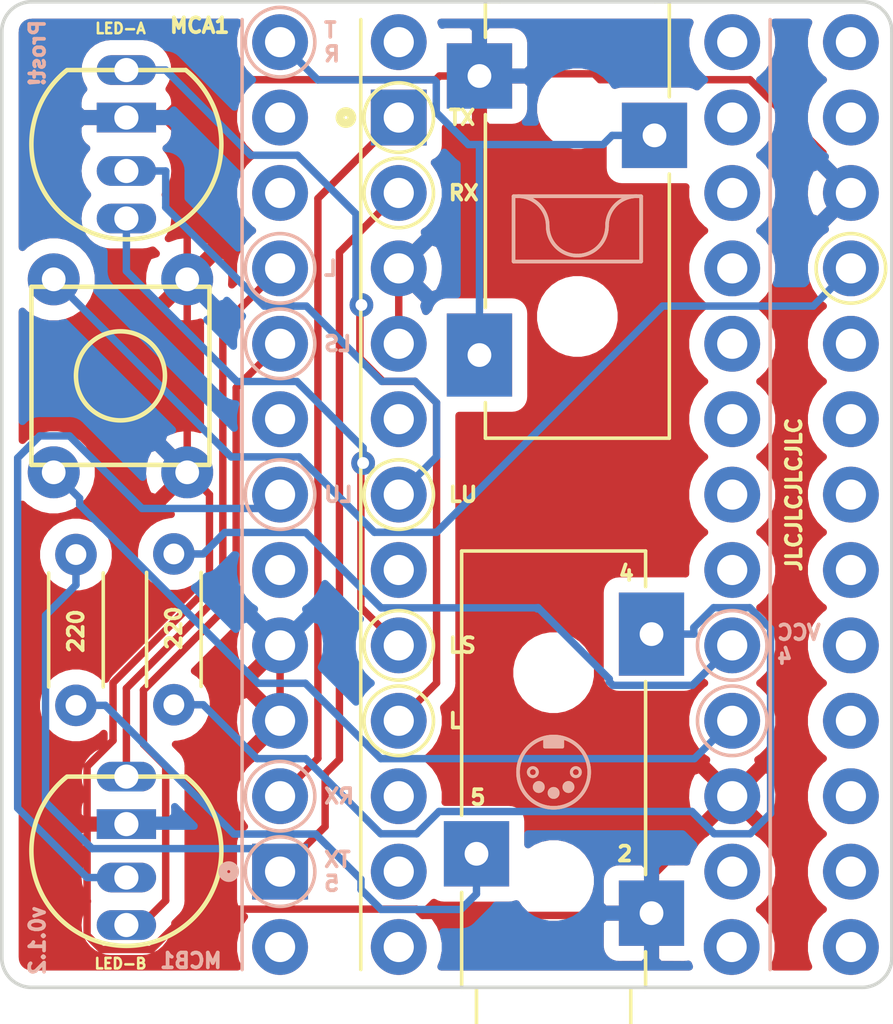
<source format=kicad_pcb>
(kicad_pcb (version 20171130) (host pcbnew "(5.1.5-0-10_14)")

  (general
    (thickness 1.6)
    (drawings 77)
    (tracks 168)
    (zones 0)
    (modules 13)
    (nets 44)
  )

  (page A4)
  (title_block
    (title "Prost! Midi host to Midi host connector")
    (date 2020-04-22)
    (rev 0.1.0)
    (comment 4 "Author: Ken Frederick")
  )

  (layers
    (0 F.Cu signal hide)
    (31 B.Cu signal)
    (32 B.Adhes user)
    (33 F.Adhes user)
    (34 B.Paste user)
    (35 F.Paste user)
    (36 B.SilkS user)
    (37 F.SilkS user)
    (38 B.Mask user)
    (39 F.Mask user)
    (40 Dwgs.User user)
    (41 Cmts.User user)
    (42 Eco1.User user)
    (43 Eco2.User user)
    (44 Edge.Cuts user)
    (45 Margin user)
    (46 B.CrtYd user)
    (47 F.CrtYd user)
    (48 B.Fab user)
    (49 F.Fab user)
  )

  (setup
    (last_trace_width 0.25)
    (trace_clearance 0.2)
    (zone_clearance 0.508)
    (zone_45_only no)
    (trace_min 0.2)
    (via_size 0.8)
    (via_drill 0.4)
    (via_min_size 0.4)
    (via_min_drill 0.3)
    (uvia_size 0.3)
    (uvia_drill 0.1)
    (uvias_allowed no)
    (uvia_min_size 0.2)
    (uvia_min_drill 0.1)
    (edge_width 0.05)
    (segment_width 0.2)
    (pcb_text_width 0.3)
    (pcb_text_size 1.5 1.5)
    (mod_edge_width 0.12)
    (mod_text_size 1 1)
    (mod_text_width 0.15)
    (pad_size 1.8796 1.8796)
    (pad_drill 1.016)
    (pad_to_mask_clearance 0.0508)
    (solder_mask_min_width 0.25)
    (aux_axis_origin 0 0)
    (visible_elements FFFFF77F)
    (pcbplotparams
      (layerselection 0x310fc_ffffffff)
      (usegerberextensions false)
      (usegerberattributes false)
      (usegerberadvancedattributes false)
      (creategerberjobfile false)
      (excludeedgelayer true)
      (linewidth 0.100000)
      (plotframeref false)
      (viasonmask false)
      (mode 1)
      (useauxorigin false)
      (hpglpennumber 1)
      (hpglpenspeed 20)
      (hpglpendiameter 15.000000)
      (psnegative false)
      (psa4output false)
      (plotreference true)
      (plotvalue true)
      (plotinvisibletext false)
      (padsonsilk false)
      (subtractmaskfromsilk false)
      (outputformat 1)
      (mirror false)
      (drillshape 0)
      (scaleselection 1)
      (outputdirectory "gerbers/"))
  )

  (net 0 "")
  (net 1 "Net-(D2-Pad3)")
  (net 2 "Net-(D1-Pad2)")
  (net 3 "Net-(D1-Pad3)")
  (net 4 "Net-(D2-Pad2)")
  (net 5 "Net-(D1-Pad4)")
  (net 6 "Net-(D2-Pad4)")
  (net 7 "Net-(MCA1-Pad24)")
  (net 8 "Net-(MCA1-Pad22)")
  (net 9 "Net-(MCA1-Pad21)")
  (net 10 "Net-(MCA1-Pad20)")
  (net 11 "Net-(MCA1-Pad19)")
  (net 12 "Net-(MCA1-Pad18)")
  (net 13 "Net-(MCA1-Pad17)")
  (net 14 "Net-(MCA1-Pad16)")
  (net 15 "Net-(MCA1-Pad15)")
  (net 16 "Net-(MCA1-Pad14)")
  (net 17 "Net-(MCA1-Pad13)")
  (net 18 "Net-(MCA1-Pad12)")
  (net 19 "Net-(MCA1-Pad11)")
  (net 20 "Net-(MCA1-Pad10)")
  (net 21 "Net-(MCA1-Pad7)")
  (net 22 "Net-(MCA1-Pad5)")
  (net 23 "Net-(MCA1-Pad2)")
  (net 24 "Net-(MCA1-Pad1)")
  (net 25 "Net-(MCB1-Pad24)")
  (net 26 "Net-(MCB1-Pad22)")
  (net 27 "Net-(MCB1-Pad21)")
  (net 28 "Net-(MCB1-Pad20)")
  (net 29 "Net-(MCB1-Pad19)")
  (net 30 "Net-(MCB1-Pad18)")
  (net 31 "Net-(MCB1-Pad17)")
  (net 32 "Net-(MCB1-Pad16)")
  (net 33 "Net-(MCB1-Pad15)")
  (net 34 "Net-(MCB1-Pad14)")
  (net 35 "Net-(MCB1-Pad13)")
  (net 36 "Net-(MCB1-Pad11)")
  (net 37 "Net-(MCB1-Pad10)")
  (net 38 "Net-(MCB1-Pad7)")
  (net 39 "Net-(MCB1-Pad5)")
  (net 40 "Net-(J2-PadR)")
  (net 41 GND)
  (net 42 "Net-(J1-PadR)")
  (net 43 "Net-(J1-PadT)")

  (net_class Default "This is the default net class."
    (clearance 0.2)
    (trace_width 0.25)
    (via_dia 0.8)
    (via_drill 0.4)
    (uvia_dia 0.3)
    (uvia_drill 0.1)
    (add_net GND)
    (add_net "Net-(D1-Pad2)")
    (add_net "Net-(D1-Pad3)")
    (add_net "Net-(D1-Pad4)")
    (add_net "Net-(D2-Pad2)")
    (add_net "Net-(D2-Pad3)")
    (add_net "Net-(D2-Pad4)")
    (add_net "Net-(J1-PadR)")
    (add_net "Net-(J1-PadT)")
    (add_net "Net-(J2-PadR)")
    (add_net "Net-(MCA1-Pad1)")
    (add_net "Net-(MCA1-Pad10)")
    (add_net "Net-(MCA1-Pad11)")
    (add_net "Net-(MCA1-Pad12)")
    (add_net "Net-(MCA1-Pad13)")
    (add_net "Net-(MCA1-Pad14)")
    (add_net "Net-(MCA1-Pad15)")
    (add_net "Net-(MCA1-Pad16)")
    (add_net "Net-(MCA1-Pad17)")
    (add_net "Net-(MCA1-Pad18)")
    (add_net "Net-(MCA1-Pad19)")
    (add_net "Net-(MCA1-Pad2)")
    (add_net "Net-(MCA1-Pad20)")
    (add_net "Net-(MCA1-Pad21)")
    (add_net "Net-(MCA1-Pad22)")
    (add_net "Net-(MCA1-Pad24)")
    (add_net "Net-(MCA1-Pad5)")
    (add_net "Net-(MCA1-Pad7)")
    (add_net "Net-(MCB1-Pad10)")
    (add_net "Net-(MCB1-Pad11)")
    (add_net "Net-(MCB1-Pad13)")
    (add_net "Net-(MCB1-Pad14)")
    (add_net "Net-(MCB1-Pad15)")
    (add_net "Net-(MCB1-Pad16)")
    (add_net "Net-(MCB1-Pad17)")
    (add_net "Net-(MCB1-Pad18)")
    (add_net "Net-(MCB1-Pad19)")
    (add_net "Net-(MCB1-Pad20)")
    (add_net "Net-(MCB1-Pad21)")
    (add_net "Net-(MCB1-Pad22)")
    (add_net "Net-(MCB1-Pad24)")
    (add_net "Net-(MCB1-Pad5)")
    (add_net "Net-(MCB1-Pad7)")
  )

  (module Switches:MINI_PUSHBUTTON_SWITCH (layer F.Cu) (tedit 5EA1F6B1) (tstamp 5ECB5029)
    (at 137 98 270)
    (path /5EA27559)
    (fp_text reference S1 (at 0 4.5 90) (layer F.SilkS) hide
      (effects (font (size 1 1) (thickness 0.15)))
    )
    (fp_text value MOMENTARY_SWITCH_SPST (at 0 -4.5 90) (layer F.Fab) hide
      (effects (font (size 1 1) (thickness 0.15)))
    )
    (fp_circle (center 0 0) (end 1.5 0) (layer F.SilkS) (width 0.1524))
    (fp_line (start -3 -3) (end 3 -3) (layer F.SilkS) (width 0.1524))
    (fp_line (start 3 -3) (end 3 3) (layer F.SilkS) (width 0.1524))
    (fp_line (start -3 3) (end 3 3) (layer F.SilkS) (width 0.1524))
    (fp_line (start -3 3) (end -3 -3) (layer F.SilkS) (width 0.1524))
    (pad 3 thru_hole circle (at -3.25 -2.25 270) (size 1.75 1.75) (drill 0.8) (layers *.Cu *.Mask)
      (net 41 GND) (solder_mask_margin 0.1016))
    (pad 4 thru_hole circle (at 3.25 -2.25 270) (size 1.75 1.75) (drill 0.8) (layers *.Cu *.Mask)
      (net 41 GND) (solder_mask_margin 0.1016))
    (pad 1 thru_hole circle (at -3.25 2.25 270) (size 1.75 1.75) (drill 0.8) (layers *.Cu *.Mask)
      (net 8 "Net-(MCA1-Pad22)") (solder_mask_margin 0.1016))
    (pad 2 thru_hole circle (at 3.25 2.25 270) (size 1.75 1.75) (drill 0.8) (layers *.Cu *.Mask)
      (net 26 "Net-(MCB1-Pad22)") (solder_mask_margin 0.1016))
  )

  (module prost:Jack_3.5mm_CUI_SJ-3523-SMT_Horizontal (layer F.Cu) (tedit 5EBB9EA8) (tstamp 5ECB2B8D)
    (at 151.6 112.5 180)
    (descr "3.5 mm, Stereo, Right Angle, Surface Mount (SMT), Audio Jack Connector (https://www.cui.com/product/resource/sj-352x-smt-series.pdf)")
    (tags "3.5mm audio cui horizontal jack stereo")
    (path /5EA4206C)
    (attr smd)
    (fp_text reference J1 (at 0 -9.9) (layer F.SilkS) hide
      (effects (font (size 1 1) (thickness 0.15)))
    )
    (fp_text value MIDI-DIN-5 (at 0 10.35) (layer F.Fab) hide
      (effects (font (size 1 1) (thickness 0.15)))
    )
    (fp_line (start -3.1 4.2) (end -3.1 -2.3) (layer F.SilkS) (width 0.12))
    (fp_line (start -3.1 8.6) (end -3.1 7.4) (layer F.SilkS) (width 0.12))
    (fp_line (start 3.1 8.6) (end -3.1 8.6) (layer F.SilkS) (width 0.12))
    (fp_line (start 3.1 -0.3) (end 3.1 8.6) (layer F.SilkS) (width 0.12))
    (fp_line (start 3.1 -6.1) (end 3.1 -2.9) (layer F.SilkS) (width 0.12))
    (fp_line (start 2.6 -6.1) (end 3.1 -6.1) (layer F.SilkS) (width 0.12))
    (fp_line (start 2.6 -8.6) (end 2.6 -6.1) (layer F.SilkS) (width 0.12))
    (fp_line (start -2.6 -8.6) (end 2.6 -8.6) (layer F.SilkS) (width 0.12))
    (fp_line (start -2.6 -6.1) (end -2.6 -8.6) (layer F.SilkS) (width 0.12))
    (fp_line (start -3.1 -6.1) (end -2.6 -6.1) (layer F.SilkS) (width 0.12))
    (fp_line (start -3.1 -4.9) (end -3.1 -6.1) (layer F.SilkS) (width 0.12))
    (fp_text user %R (at 0 0) (layer F.Fab) hide
      (effects (font (size 1 1) (thickness 0.15)))
    )
    (fp_line (start 2.5 -6) (end 3 -6) (layer F.Fab) (width 0.1))
    (fp_line (start 2.5 -8.5) (end 2.5 -6) (layer F.Fab) (width 0.1))
    (fp_line (start -2.5 -8.5) (end 2.5 -8.5) (layer F.Fab) (width 0.1))
    (fp_line (start -2.5 -6) (end -2.5 -8.5) (layer F.Fab) (width 0.1))
    (fp_line (start -3 -6) (end -2.5 -6) (layer F.Fab) (width 0.1))
    (fp_line (start -3 8.5) (end -3 -6) (layer F.Fab) (width 0.1))
    (fp_line (start 3 8.5) (end -3 8.5) (layer F.Fab) (width 0.1))
    (fp_line (start 3 -6) (end 3 8.5) (layer F.Fab) (width 0.1))
    (pad R thru_hole rect (at 2.6 -1.6 180) (size 2.2 2.2) (drill 0.8) (layers *.Cu *.Mask F.Paste)
      (net 42 "Net-(J1-PadR)"))
    (pad T thru_hole rect (at -3.3 5.8 180) (size 2.2 2.8) (drill 0.8) (layers *.Cu *.Mask F.Paste)
      (net 43 "Net-(J1-PadT)"))
    (pad S thru_hole rect (at -3.3 -3.6 180) (size 2.2 2.2) (drill 0.8) (layers *.Cu *.Mask F.Paste)
      (net 41 GND))
    (pad "" np_thru_hole circle (at 0 4.5 180) (size 1.7 1.7) (drill 1.7) (layers *.Cu *.Mask))
    (pad "" np_thru_hole circle (at 0 -2.5 180) (size 1.7 1.7) (drill 1.7) (layers *.Cu *.Mask))
    (model ${KISYS3DMOD}/Connector_Audio.3dshapes/Jack_3.5mm_CUI_SJ-3523-SMT_Horizontal.wrl
      (at (xyz 0 0 0))
      (scale (xyz 1 1 1))
      (rotate (xyz 0 0 0))
    )
  )

  (module "" (layer B.Cu) (tedit 5EBBA81A) (tstamp 5EA22CD8)
    (at 158.43 117.03)
    (fp_text reference DRILL3 (at 0 0) (layer B.SilkS) hide
      (effects (font (size 1.27 1.27) (thickness 0.15)) (justify mirror))
    )
    (fp_text value DRILL3 (at 0 0) (layer B.SilkS) hide
      (effects (font (size 1.27 1.27) (thickness 0.15)) (justify mirror))
    )
    (pad "" np_thru_hole circle (at -0.83 0.21) (size 1.8796 1.8796) (drill 1.016) (layers *.Cu *.Mask)
      (solder_mask_margin 0.1016))
  )

  (module "" (layer B.Cu) (tedit 5EBBA770) (tstamp 5EA22CD8)
    (at 143.2 117.03)
    (fp_text reference DRILL4 (at 0 0) (layer B.SilkS) hide
      (effects (font (size 1.27 1.27) (thickness 0.15)) (justify mirror))
    )
    (fp_text value DRILL4 (at 0 0) (layer B.SilkS) hide
      (effects (font (size 1.27 1.27) (thickness 0.15)) (justify mirror))
    )
    (pad "" np_thru_hole circle (at -0.82 0.21) (size 1.8796 1.8796) (drill 1.016) (layers *.Cu *.Mask)
      (solder_mask_margin 0.1016))
  )

  (module prost:Jack_3.5mm_CUI_SJ-3523-SMT_Horizontal (layer F.Cu) (tedit 5EBBAE83) (tstamp 5EBB9A2D)
    (at 152.4 91.5)
    (descr "3.5 mm, Stereo, Right Angle, Surface Mount (SMT), Audio Jack Connector (https://www.cui.com/product/resource/sj-352x-smt-series.pdf)")
    (tags "3.5mm audio cui horizontal jack stereo")
    (path /5EBC0CC1)
    (attr smd)
    (fp_text reference J2 (at 0 -9.9) (layer F.SilkS) hide
      (effects (font (size 1 1) (thickness 0.15)))
    )
    (fp_text value "MONO 3.5mm AUDIO JACK" (at 0 10.35) (layer F.Fab) hide
      (effects (font (size 1 1) (thickness 0.15)))
    )
    (fp_line (start -3.1 4.2) (end -3.1 -2.3) (layer F.SilkS) (width 0.12))
    (fp_line (start -3.1 8.6) (end -3.1 7.4) (layer F.SilkS) (width 0.12))
    (fp_line (start 3.1 8.6) (end -3.1 8.6) (layer F.SilkS) (width 0.12))
    (fp_line (start 3.1 -0.3) (end 3.1 8.6) (layer F.SilkS) (width 0.12))
    (fp_line (start 3.1 -6.1) (end 3.1 -2.9) (layer F.SilkS) (width 0.12))
    (fp_line (start 2.6 -6.1) (end 3.1 -6.1) (layer F.SilkS) (width 0.12))
    (fp_line (start 2.6 -8.6) (end 2.6 -6.1) (layer F.SilkS) (width 0.12))
    (fp_line (start -2.6 -8.6) (end 2.6 -8.6) (layer F.SilkS) (width 0.12))
    (fp_line (start -2.6 -6.1) (end -2.6 -8.6) (layer F.SilkS) (width 0.12))
    (fp_line (start -3.1 -6.1) (end -2.6 -6.1) (layer F.SilkS) (width 0.12))
    (fp_line (start -3.1 -4.9) (end -3.1 -6.1) (layer F.SilkS) (width 0.12))
    (fp_text user %R (at 0 0) (layer F.Fab) hide
      (effects (font (size 1 1) (thickness 0.15)))
    )
    (fp_line (start 2.5 -6) (end 3 -6) (layer F.Fab) (width 0.1))
    (fp_line (start 2.5 -8.5) (end 2.5 -6) (layer F.Fab) (width 0.1))
    (fp_line (start -2.5 -8.5) (end 2.5 -8.5) (layer F.Fab) (width 0.1))
    (fp_line (start -2.5 -6) (end -2.5 -8.5) (layer F.Fab) (width 0.1))
    (fp_line (start -3 -6) (end -2.5 -6) (layer F.Fab) (width 0.1))
    (fp_line (start -3 8.5) (end -3 -6) (layer F.Fab) (width 0.1))
    (fp_line (start 3 8.5) (end -3 8.5) (layer F.Fab) (width 0.1))
    (fp_line (start 3 -6) (end 3 8.5) (layer F.Fab) (width 0.1))
    (pad R thru_hole rect (at 2.6 -1.6) (size 2.2 2.2) (drill 0.8) (layers *.Cu *.Mask F.Paste)
      (net 40 "Net-(J2-PadR)"))
    (pad T thru_hole rect (at -3.3 5.8) (size 2.2 2.8) (drill 0.8) (layers *.Cu *.Mask F.Paste)
      (net 40 "Net-(J2-PadR)"))
    (pad S thru_hole rect (at -3.3 -3.6) (size 2.2 2.2) (drill 0.8) (layers *.Cu *.Mask F.Paste)
      (net 41 GND))
    (pad "" np_thru_hole circle (at 0 4.5) (size 1.7 1.7) (drill 1.7) (layers *.Cu *.Mask))
    (pad "" np_thru_hole circle (at 0 -2.5) (size 1.7 1.7) (drill 1.7) (layers *.Cu *.Mask))
    (model ${KISYS3DMOD}/Connector_Audio.3dshapes/Jack_3.5mm_CUI_SJ-3523-SMT_Horizontal.wrl
      (at (xyz 0 0 0))
      (scale (xyz 1 1 1))
      (rotate (xyz 0 0 0))
    )
  )

  (module Resistor_THT:R_Axial_DIN0204_L3.6mm_D1.6mm_P5.08mm_Horizontal (layer F.Cu) (tedit 5AE5139B) (tstamp 5EA3D1C2)
    (at 135.5 109.1 90)
    (descr "Resistor, Axial_DIN0204 series, Axial, Horizontal, pin pitch=5.08mm, 0.167W, length*diameter=3.6*1.6mm^2, http://cdn-reichelt.de/documents/datenblatt/B400/1_4W%23YAG.pdf")
    (tags "Resistor Axial_DIN0204 series Axial Horizontal pin pitch 5.08mm 0.167W length 3.6mm diameter 1.6mm")
    (path /5EA6A42C)
    (fp_text reference R2 (at 2.54 -1.92 270) (layer F.SilkS) hide
      (effects (font (size 1 1) (thickness 0.15)))
    )
    (fp_text value 220 (at 2.5 0 270) (layer F.SilkS)
      (effects (font (size 0.5 0.5) (thickness 0.125)))
    )
    (fp_text user %R (at 2.54 0 270) (layer F.Fab) hide
      (effects (font (size 0.72 0.72) (thickness 0.108)))
    )
    (fp_line (start 6.03 -1.05) (end -0.95 -1.05) (layer F.CrtYd) (width 0.05))
    (fp_line (start 6.03 1.05) (end 6.03 -1.05) (layer F.CrtYd) (width 0.05))
    (fp_line (start -0.95 1.05) (end 6.03 1.05) (layer F.CrtYd) (width 0.05))
    (fp_line (start -0.95 -1.05) (end -0.95 1.05) (layer F.CrtYd) (width 0.05))
    (fp_line (start 0.62 0.92) (end 4.46 0.92) (layer F.SilkS) (width 0.12))
    (fp_line (start 0.62 -0.92) (end 4.46 -0.92) (layer F.SilkS) (width 0.12))
    (fp_line (start 5.08 0) (end 4.34 0) (layer F.Fab) (width 0.1))
    (fp_line (start 0 0) (end 0.74 0) (layer F.Fab) (width 0.1))
    (fp_line (start 4.34 -0.8) (end 0.74 -0.8) (layer F.Fab) (width 0.1))
    (fp_line (start 4.34 0.8) (end 4.34 -0.8) (layer F.Fab) (width 0.1))
    (fp_line (start 0.74 0.8) (end 4.34 0.8) (layer F.Fab) (width 0.1))
    (fp_line (start 0.74 -0.8) (end 0.74 0.8) (layer F.Fab) (width 0.1))
    (pad 2 thru_hole oval (at 5.08 0 90) (size 1.4 1.4) (drill 0.7) (layers *.Cu *.Mask)
      (net 23 "Net-(MCA1-Pad2)"))
    (pad 1 thru_hole circle (at 0 0 90) (size 1.4 1.4) (drill 0.7) (layers *.Cu *.Mask)
      (net 42 "Net-(J1-PadR)"))
    (model ${KISYS3DMOD}/Resistor_THT.3dshapes/R_Axial_DIN0204_L3.6mm_D1.6mm_P5.08mm_Horizontal.wrl
      (at (xyz 0 0 0))
      (scale (xyz 1 1 1))
      (rotate (xyz 0 0 0))
    )
  )

  (module Resistor_THT:R_Axial_DIN0204_L3.6mm_D1.6mm_P5.08mm_Horizontal (layer F.Cu) (tedit 5AE5139B) (tstamp 5EA3D1AF)
    (at 138.8 104 270)
    (descr "Resistor, Axial_DIN0204 series, Axial, Horizontal, pin pitch=5.08mm, 0.167W, length*diameter=3.6*1.6mm^2, http://cdn-reichelt.de/documents/datenblatt/B400/1_4W%23YAG.pdf")
    (tags "Resistor Axial_DIN0204 series Axial Horizontal pin pitch 5.08mm 0.167W length 3.6mm diameter 1.6mm")
    (path /5EA37809)
    (fp_text reference R1 (at 2.54 -1.92 270) (layer F.SilkS) hide
      (effects (font (size 1 1) (thickness 0.15)))
    )
    (fp_text value 220 (at 2.5 0 270) (layer F.SilkS)
      (effects (font (size 0.5 0.5) (thickness 0.125)))
    )
    (fp_text user %R (at 2.54 0 270) (layer F.Fab) hide
      (effects (font (size 0.72 0.72) (thickness 0.108)))
    )
    (fp_line (start 6.03 -1.05) (end -0.95 -1.05) (layer F.CrtYd) (width 0.05))
    (fp_line (start 6.03 1.05) (end 6.03 -1.05) (layer F.CrtYd) (width 0.05))
    (fp_line (start -0.95 1.05) (end 6.03 1.05) (layer F.CrtYd) (width 0.05))
    (fp_line (start -0.95 -1.05) (end -0.95 1.05) (layer F.CrtYd) (width 0.05))
    (fp_line (start 0.62 0.92) (end 4.46 0.92) (layer F.SilkS) (width 0.12))
    (fp_line (start 0.62 -0.92) (end 4.46 -0.92) (layer F.SilkS) (width 0.12))
    (fp_line (start 5.08 0) (end 4.34 0) (layer F.Fab) (width 0.1))
    (fp_line (start 0 0) (end 0.74 0) (layer F.Fab) (width 0.1))
    (fp_line (start 4.34 -0.8) (end 0.74 -0.8) (layer F.Fab) (width 0.1))
    (fp_line (start 4.34 0.8) (end 4.34 -0.8) (layer F.Fab) (width 0.1))
    (fp_line (start 0.74 0.8) (end 4.34 0.8) (layer F.Fab) (width 0.1))
    (fp_line (start 0.74 -0.8) (end 0.74 0.8) (layer F.Fab) (width 0.1))
    (pad 2 thru_hole oval (at 5.08 0 270) (size 1.4 1.4) (drill 0.7) (layers *.Cu *.Mask)
      (net 43 "Net-(J1-PadT)"))
    (pad 1 thru_hole circle (at 0 0 270) (size 1.4 1.4) (drill 0.7) (layers *.Cu *.Mask)
      (net 27 "Net-(MCB1-Pad21)"))
    (model ${KISYS3DMOD}/Resistor_THT.3dshapes/R_Axial_DIN0204_L3.6mm_D1.6mm_P5.08mm_Horizontal.wrl
      (at (xyz 0 0 0))
      (scale (xyz 1 1 1))
      (rotate (xyz 0 0 0))
    )
  )

  (module Boards:SPARKFUN_PRO_MICRO (layer B.Cu) (tedit 5ECB5891) (tstamp 5EBBF7B3)
    (at 150 102)
    (descr "SPARKFUN PRO MICO FOOTPRINT (WITH USB CONNECTOR)")
    (tags "SPARKFUN PRO MICO FOOTPRINT (WITH USB CONNECTOR)")
    (path /5EA108D1)
    (attr virtual)
    (fp_text reference MCB1 (at -9.52 15.7) (layer B.SilkS)
      (effects (font (size 0.5 0.5) (thickness 0.125)) (justify left mirror))
    )
    (fp_text value SPARKFUN_PRO_MICRO (at 0 -15.24) (layer B.SilkS) hide
      (effects (font (size 0.6096 0.6096) (thickness 0.127)) (justify mirror))
    )
    (fp_text user USB (at -0.0508 16.9164) (layer Dwgs.User) hide
      (effects (font (size 0.8128 0.8128) (thickness 0.1524)))
    )
    (fp_line (start 3.81 17.78) (end 3.81 16.51) (layer Dwgs.User) (width 0.127))
    (fp_line (start -3.81 17.78) (end 3.81 17.78) (layer Dwgs.User) (width 0.127))
    (fp_line (start -3.81 16.51) (end -3.81 17.78) (layer Dwgs.User) (width 0.127))
    (fp_line (start 8.89 16.51) (end -8.89 16.51) (layer Dwgs.User) (width 0.127))
    (fp_line (start 8.89 -16.51) (end 8.89 16.51) (layer Dwgs.User) (width 0.127))
    (fp_line (start -8.89 -16.51) (end 8.89 -16.51) (layer Dwgs.User) (width 0.127))
    (fp_line (start -8.89 16.51) (end -8.89 -16.51) (layer Dwgs.User) (width 0.127))
    (pad 24 thru_hole circle (at 7.62 12.7) (size 1.8796 1.8796) (drill 1.016) (layers *.Cu *.Mask)
      (net 25 "Net-(MCB1-Pad24)") (solder_mask_margin 0.1016))
    (pad 23 thru_hole circle (at 7.62 10.16) (size 1.8796 1.8796) (drill 1.016) (layers *.Cu *.Mask)
      (net 41 GND) (solder_mask_margin 0.1016))
    (pad 22 thru_hole circle (at 7.62 7.62) (size 1.8796 1.8796) (drill 1.016) (layers *.Cu *.Mask)
      (net 26 "Net-(MCB1-Pad22)") (solder_mask_margin 0.1016))
    (pad 21 thru_hole circle (at 7.62 5.08) (size 1.8796 1.8796) (drill 1.016) (layers *.Cu *.Mask)
      (net 27 "Net-(MCB1-Pad21)") (solder_mask_margin 0.1016))
    (pad 20 thru_hole circle (at 7.62 2.54) (size 1.8796 1.8796) (drill 1.016) (layers *.Cu *.Mask)
      (net 28 "Net-(MCB1-Pad20)") (solder_mask_margin 0.1016))
    (pad 19 thru_hole circle (at 7.62 0) (size 1.8796 1.8796) (drill 1.016) (layers *.Cu *.Mask)
      (net 29 "Net-(MCB1-Pad19)") (solder_mask_margin 0.1016))
    (pad 18 thru_hole circle (at 7.62 -2.54) (size 1.8796 1.8796) (drill 1.016) (layers *.Cu *.Mask)
      (net 30 "Net-(MCB1-Pad18)") (solder_mask_margin 0.1016))
    (pad 17 thru_hole circle (at 7.62 -5.08) (size 1.8796 1.8796) (drill 1.016) (layers *.Cu *.Mask)
      (net 31 "Net-(MCB1-Pad17)") (solder_mask_margin 0.1016))
    (pad 16 thru_hole circle (at 7.62 -7.62) (size 1.8796 1.8796) (drill 1.016) (layers *.Cu *.Mask)
      (net 32 "Net-(MCB1-Pad16)") (solder_mask_margin 0.1016))
    (pad 15 thru_hole circle (at 7.62 -10.16) (size 1.8796 1.8796) (drill 1.016) (layers *.Cu *.Mask)
      (net 33 "Net-(MCB1-Pad15)") (solder_mask_margin 0.1016))
    (pad 14 thru_hole circle (at 7.62 -12.7) (size 1.8796 1.8796) (drill 1.016) (layers *.Cu *.Mask)
      (net 34 "Net-(MCB1-Pad14)") (solder_mask_margin 0.1016))
    (pad 13 thru_hole circle (at 7.62 -15.24) (size 1.8796 1.8796) (drill 1.016) (layers *.Cu *.Mask)
      (net 35 "Net-(MCB1-Pad13)") (solder_mask_margin 0.1016))
    (pad 12 thru_hole circle (at -7.62 -15.24) (size 1.8796 1.8796) (drill 1.016) (layers *.Cu *.Mask)
      (net 40 "Net-(J2-PadR)") (solder_mask_margin 0.1016))
    (pad 11 thru_hole circle (at -7.62 -12.7) (size 1.8796 1.8796) (drill 1.016) (layers *.Cu *.Mask)
      (net 36 "Net-(MCB1-Pad11)") (solder_mask_margin 0.1016))
    (pad 10 thru_hole circle (at -7.62 -10.16) (size 1.8796 1.8796) (drill 1.016) (layers *.Cu *.Mask)
      (net 37 "Net-(MCB1-Pad10)") (solder_mask_margin 0.1016))
    (pad 9 thru_hole circle (at -7.62 -7.62) (size 1.8796 1.8796) (drill 1.016) (layers *.Cu *.Mask)
      (net 4 "Net-(D2-Pad2)") (solder_mask_margin 0.1016))
    (pad 8 thru_hole circle (at -7.62 -5.08) (size 1.8796 1.8796) (drill 1.016) (layers *.Cu *.Mask)
      (net 1 "Net-(D2-Pad3)") (solder_mask_margin 0.1016))
    (pad 7 thru_hole circle (at -7.62 -2.54) (size 1.8796 1.8796) (drill 1.016) (layers *.Cu *.Mask)
      (net 38 "Net-(MCB1-Pad7)") (solder_mask_margin 0.1016))
    (pad 6 thru_hole circle (at -7.62 0) (size 1.8796 1.8796) (drill 1.016) (layers *.Cu *.Mask)
      (net 6 "Net-(D2-Pad4)") (solder_mask_margin 0.1016))
    (pad 5 thru_hole circle (at -7.62 2.54) (size 1.8796 1.8796) (drill 1.016) (layers *.Cu *.Mask)
      (net 39 "Net-(MCB1-Pad5)") (solder_mask_margin 0.1016))
    (pad 4 thru_hole circle (at -7.62 5.08) (size 1.8796 1.8796) (drill 1.016) (layers *.Cu *.Mask)
      (net 41 GND) (solder_mask_margin 0.1016))
    (pad 3 thru_hole circle (at -7.62 7.62) (size 1.8796 1.8796) (drill 1.016) (layers *.Cu *.Mask)
      (net 41 GND) (solder_mask_margin 0.1016))
    (pad 2 thru_hole circle (at -7.62 10.16) (size 1.8796 1.8796) (drill 1.016) (layers *.Cu *.Mask)
      (net 24 "Net-(MCA1-Pad1)") (solder_mask_margin 0.1016))
    (pad 1 thru_hole rect (at -7.62 12.7) (size 1.8796 1.8796) (drill 1.016) (layers *.Cu *.Mask)
      (net 23 "Net-(MCA1-Pad2)") (solder_mask_margin 0.1016))
  )

  (module "" (layer F.Cu) (tedit 5EBBA809) (tstamp 5EA286A1)
    (at 162.45 86.95)
    (fp_text reference DRILL2 (at 0 0) (layer F.SilkS) hide
      (effects (font (size 1.27 1.27) (thickness 0.15)))
    )
    (fp_text value DRILL2 (at 0 0) (layer F.SilkS) hide
      (effects (font (size 1.27 1.27) (thickness 0.15)))
    )
    (pad "" np_thru_hole circle (at -0.83 -0.19) (size 1.8796 1.8796) (drill 1.016) (layers *.Cu *.Mask)
      (solder_mask_margin 0.1016))
  )

  (module Boards:SPARKFUN_PRO_MICRO (layer F.Cu) (tedit 5ECB521D) (tstamp 5EBBF882)
    (at 154 102)
    (descr "SPARKFUN PRO MICO FOOTPRINT (WITH USB CONNECTOR)")
    (tags "SPARKFUN PRO MICO FOOTPRINT (WITH USB CONNECTOR)")
    (path /5EA0D962)
    (attr virtual)
    (fp_text reference MCA1 (at -15.4 -15.8) (layer F.SilkS)
      (effects (font (size 0.5 0.5) (thickness 0.125)) (justify left))
    )
    (fp_text value SPARKFUN_PRO_MICRO (at 0 15.24) (layer F.SilkS) hide
      (effects (font (size 0.6096 0.6096) (thickness 0.127)))
    )
    (fp_text user USB (at -0.0508 -16.9164) (layer Dwgs.User) hide
      (effects (font (size 0.8128 0.8128) (thickness 0.1524)))
    )
    (fp_line (start 3.81 -17.78) (end 3.81 -16.51) (layer Dwgs.User) (width 0.127))
    (fp_line (start -3.81 -17.78) (end 3.81 -17.78) (layer Dwgs.User) (width 0.127))
    (fp_line (start -3.81 -16.51) (end -3.81 -17.78) (layer Dwgs.User) (width 0.127))
    (fp_line (start 8.89 -16.51) (end -8.89 -16.51) (layer Dwgs.User) (width 0.127))
    (fp_line (start 8.89 16.51) (end 8.89 -16.51) (layer Dwgs.User) (width 0.127))
    (fp_line (start -8.89 16.51) (end 8.89 16.51) (layer Dwgs.User) (width 0.127))
    (fp_line (start -8.89 -16.51) (end -8.89 16.51) (layer Dwgs.User) (width 0.127))
    (pad 24 thru_hole circle (at 7.62 -12.7) (size 1.8796 1.8796) (drill 1.016) (layers *.Cu *.Mask)
      (net 7 "Net-(MCA1-Pad24)") (solder_mask_margin 0.1016))
    (pad 23 thru_hole circle (at 7.62 -10.16) (size 1.8796 1.8796) (drill 1.016) (layers *.Cu *.Mask)
      (net 41 GND) (solder_mask_margin 0.1016))
    (pad 22 thru_hole circle (at 7.62 -7.62) (size 1.8796 1.8796) (drill 1.016) (layers *.Cu *.Mask)
      (net 8 "Net-(MCA1-Pad22)") (solder_mask_margin 0.1016))
    (pad 21 thru_hole circle (at 7.62 -5.08) (size 1.8796 1.8796) (drill 1.016) (layers *.Cu *.Mask)
      (net 9 "Net-(MCA1-Pad21)") (solder_mask_margin 0.1016))
    (pad 20 thru_hole circle (at 7.62 -2.54) (size 1.8796 1.8796) (drill 1.016) (layers *.Cu *.Mask)
      (net 10 "Net-(MCA1-Pad20)") (solder_mask_margin 0.1016))
    (pad 19 thru_hole circle (at 7.62 0) (size 1.8796 1.8796) (drill 1.016) (layers *.Cu *.Mask)
      (net 11 "Net-(MCA1-Pad19)") (solder_mask_margin 0.1016))
    (pad 18 thru_hole circle (at 7.62 2.54) (size 1.8796 1.8796) (drill 1.016) (layers *.Cu *.Mask)
      (net 12 "Net-(MCA1-Pad18)") (solder_mask_margin 0.1016))
    (pad 17 thru_hole circle (at 7.62 5.08) (size 1.8796 1.8796) (drill 1.016) (layers *.Cu *.Mask)
      (net 13 "Net-(MCA1-Pad17)") (solder_mask_margin 0.1016))
    (pad 16 thru_hole circle (at 7.62 7.62) (size 1.8796 1.8796) (drill 1.016) (layers *.Cu *.Mask)
      (net 14 "Net-(MCA1-Pad16)") (solder_mask_margin 0.1016))
    (pad 15 thru_hole circle (at 7.62 10.16) (size 1.8796 1.8796) (drill 1.016) (layers *.Cu *.Mask)
      (net 15 "Net-(MCA1-Pad15)") (solder_mask_margin 0.1016))
    (pad 14 thru_hole circle (at 7.62 12.7) (size 1.8796 1.8796) (drill 1.016) (layers *.Cu *.Mask)
      (net 16 "Net-(MCA1-Pad14)") (solder_mask_margin 0.1016))
    (pad 13 thru_hole circle (at 7.62 15.24) (size 1.8796 1.8796) (drill 1.016) (layers *.Cu *.Mask)
      (net 17 "Net-(MCA1-Pad13)") (solder_mask_margin 0.1016))
    (pad 12 thru_hole circle (at -7.62 15.24) (size 1.8796 1.8796) (drill 1.016) (layers *.Cu *.Mask)
      (net 18 "Net-(MCA1-Pad12)") (solder_mask_margin 0.1016))
    (pad 11 thru_hole circle (at -7.62 12.7) (size 1.8796 1.8796) (drill 1.016) (layers *.Cu *.Mask)
      (net 19 "Net-(MCA1-Pad11)") (solder_mask_margin 0.1016))
    (pad 10 thru_hole circle (at -7.62 10.16) (size 1.8796 1.8796) (drill 1.016) (layers *.Cu *.Mask)
      (net 20 "Net-(MCA1-Pad10)") (solder_mask_margin 0.1016))
    (pad 9 thru_hole circle (at -7.62 7.62) (size 1.8796 1.8796) (drill 1.016) (layers *.Cu *.Mask)
      (net 2 "Net-(D1-Pad2)") (solder_mask_margin 0.1016))
    (pad 8 thru_hole circle (at -7.62 5.08) (size 1.8796 1.8796) (drill 1.016) (layers *.Cu *.Mask)
      (net 3 "Net-(D1-Pad3)") (solder_mask_margin 0.1016))
    (pad 7 thru_hole circle (at -7.62 2.54) (size 1.8796 1.8796) (drill 1.016) (layers *.Cu *.Mask)
      (net 21 "Net-(MCA1-Pad7)") (solder_mask_margin 0.1016))
    (pad 6 thru_hole circle (at -7.62 0) (size 1.8796 1.8796) (drill 1.016) (layers *.Cu *.Mask)
      (net 5 "Net-(D1-Pad4)") (solder_mask_margin 0.1016))
    (pad 5 thru_hole circle (at -7.62 -2.54) (size 1.8796 1.8796) (drill 1.016) (layers *.Cu *.Mask)
      (net 22 "Net-(MCA1-Pad5)") (solder_mask_margin 0.1016))
    (pad 4 thru_hole circle (at -7.62 -5.08) (size 1.8796 1.8796) (drill 1.016) (layers *.Cu *.Mask)
      (net 41 GND) (solder_mask_margin 0.1016))
    (pad 3 thru_hole circle (at -7.62 -7.62) (size 1.8796 1.8796) (drill 1.016) (layers *.Cu *.Mask)
      (net 41 GND) (solder_mask_margin 0.1016))
    (pad 2 thru_hole circle (at -7.62 -10.16) (size 1.8796 1.8796) (drill 1.016) (layers *.Cu *.Mask)
      (net 23 "Net-(MCA1-Pad2)") (solder_mask_margin 0.1016))
    (pad 1 thru_hole rect (at -7.62 -12.7) (size 1.8796 1.8796) (drill 1.016) (layers *.Cu *.Mask)
      (net 24 "Net-(MCA1-Pad1)") (solder_mask_margin 0.1016))
  )

  (module "" (layer F.Cu) (tedit 5EBBA766) (tstamp 0)
    (at 147.2 86.95)
    (fp_text reference DRILL1 (at 0 0) (layer F.SilkS) hide
      (effects (font (size 1.27 1.27) (thickness 0.15)))
    )
    (fp_text value DRILL1 (at 0 0) (layer F.SilkS) hide
      (effects (font (size 1.27 1.27) (thickness 0.15)))
    )
    (pad "" np_thru_hole circle (at -0.82 -0.19) (size 1.8796 1.8796) (drill 1.016) (layers *.Cu *.Mask)
      (solder_mask_margin 0.1016))
  )

  (module LED:LED_5MM_RGB (layer F.Cu) (tedit 5EA1FA25) (tstamp 5EA1F12E)
    (at 137.2 114 90)
    (path /5EA273C8)
    (fp_text reference D2 (at 0 6.35 90) (layer F.SilkS) hide
      (effects (font (size 1 1) (thickness 0.15)))
    )
    (fp_text value LED_CRGB (at -0.2 -5.48 90) (layer F.Fab) hide
      (effects (font (size 1 1) (thickness 0.15)))
    )
    (fp_circle (center 0 0) (end 2.5 0) (layer Dwgs.User) (width 0.1524))
    (fp_text user >VALUE (at 0.16 3.84 90) (layer F.SilkS) hide
      (effects (font (size 0.6096 0.6096) (thickness 0.127)))
    )
    (fp_text user >NAME (at 0.16 -3.78 90) (layer F.SilkS) hide
      (effects (font (size 0.6096 0.6096) (thickness 0.127)))
    )
    (fp_line (start 2.5 2) (end 2.5 -2) (layer F.SilkS) (width 0.1524))
    (fp_arc (start 0 0) (end 2.5 2) (angle 282) (layer F.SilkS) (width 0.1524))
    (pad 2 thru_hole oval (at 2.5 0 90) (size 1 2) (drill 0.8128) (layers *.Cu *.Mask)
      (net 4 "Net-(D2-Pad2)") (solder_mask_margin 0.1016))
    (pad 3 thru_hole oval (at -2.5 0 90) (size 1 2) (drill 0.8128) (layers *.Cu *.Mask)
      (net 1 "Net-(D2-Pad3)") (solder_mask_margin 0.1016))
    (pad 4 thru_hole oval (at -0.9 0 90) (size 1 2) (drill 0.8128) (layers *.Cu *.Mask)
      (net 6 "Net-(D2-Pad4)") (solder_mask_margin 0.1016))
    (pad 1 thru_hole rect (at 0.9 0 90) (size 1 2) (drill 0.8128) (layers *.Cu *.Mask)
      (net 41 GND) (solder_mask_margin 0.1016))
  )

  (module LED:LED_5MM_RGB (layer F.Cu) (tedit 5EA1FA25) (tstamp 5EA1F119)
    (at 137.2 90.2 90)
    (path /5EA1AE32)
    (fp_text reference D1 (at 0 6.35 90) (layer F.SilkS) hide
      (effects (font (size 1 1) (thickness 0.15)))
    )
    (fp_text value LED_CRGB (at -0.2 -5.48 90) (layer F.Fab) hide
      (effects (font (size 1 1) (thickness 0.15)))
    )
    (fp_circle (center 0 0) (end 2.5 0) (layer Dwgs.User) (width 0.1524))
    (fp_text user >VALUE (at 0.16 3.84 90) (layer F.SilkS) hide
      (effects (font (size 0.6096 0.6096) (thickness 0.127)))
    )
    (fp_text user >NAME (at 0.16 -3.78 90) (layer F.SilkS) hide
      (effects (font (size 0.6096 0.6096) (thickness 0.127)))
    )
    (fp_line (start 2.5 2) (end 2.5 -2) (layer F.SilkS) (width 0.1524))
    (fp_arc (start 0 0) (end 2.5 2) (angle 282) (layer F.SilkS) (width 0.1524))
    (pad 2 thru_hole oval (at 2.5 0 90) (size 1 2) (drill 0.8128) (layers *.Cu *.Mask)
      (net 2 "Net-(D1-Pad2)") (solder_mask_margin 0.1016))
    (pad 3 thru_hole oval (at -2.5 0 90) (size 1 2) (drill 0.8128) (layers *.Cu *.Mask)
      (net 3 "Net-(D1-Pad3)") (solder_mask_margin 0.1016))
    (pad 4 thru_hole oval (at -0.9 0 90) (size 1 2) (drill 0.8128) (layers *.Cu *.Mask)
      (net 5 "Net-(D1-Pad4)") (solder_mask_margin 0.1016))
    (pad 1 thru_hole rect (at 0.9 0 90) (size 1 2) (drill 0.8128) (layers *.Cu *.Mask)
      (net 41 GND) (solder_mask_margin 0.1016))
  )

  (gr_circle (center 142.38 86.76) (end 143.551537 86.76) (layer B.SilkS) (width 0.12) (tstamp 5ECB5875))
  (gr_text "T\nR\n" (at 143.8 86.76) (layer B.SilkS) (tstamp 5ECB5874)
    (effects (font (size 0.5 0.5) (thickness 0.125)) (justify right mirror))
  )
  (gr_text "VCC\n4" (at 159.07 107.05) (layer B.SilkS) (tstamp 5ECB5D0C)
    (effects (font (size 0.5 0.5) (thickness 0.125)) (justify right mirror))
  )
  (gr_line (start 150.25 94.15) (end 150.25 91.95) (layer B.SilkS) (width 0.12) (tstamp 5ECB5CDD))
  (gr_arc (start 154.4 92.95) (end 154.4 91.95) (angle -90) (layer B.SilkS) (width 0.12) (tstamp 5ECB5CDC))
  (gr_line (start 154.55 91.95) (end 154.55 94.15) (layer B.SilkS) (width 0.12) (tstamp 5ECB5CDB))
  (gr_line (start 150.25 91.95) (end 154.55 91.95) (layer B.SilkS) (width 0.12) (tstamp 5ECB5CDA))
  (gr_arc (start 150.4 92.95) (end 150.4 91.95) (angle 90) (layer B.SilkS) (width 0.12) (tstamp 5ECB5CD9))
  (gr_arc (start 152.4 92.95) (end 152.4 93.95) (angle 90) (layer B.SilkS) (width 0.12) (tstamp 5ECB5CD8))
  (gr_line (start 154.55 94.15) (end 150.25 94.15) (layer B.SilkS) (width 0.12) (tstamp 5ECB5CD7))
  (gr_arc (start 152.4 92.95) (end 152.4 93.95) (angle -90) (layer B.SilkS) (width 0.12) (tstamp 5ECB5CD6))
  (gr_circle (center 151.6 111.35) (end 152.8 111.35) (layer F.SilkS) (width 0.12) (tstamp 5ECB5C9C))
  (gr_circle (center 150.9 111.35) (end 151.05 111.35) (layer F.SilkS) (width 0.1) (tstamp 5ECB5C9B))
  (gr_circle (center 151.6 112.05) (end 151.7 112.05) (layer F.SilkS) (width 0.2) (tstamp 5ECB5C9A))
  (gr_circle (center 152.35 111.35) (end 152.5 111.35) (layer F.SilkS) (width 0.1) (tstamp 5ECB5C99))
  (gr_circle (center 151.1 111.85) (end 151.2 111.85) (layer F.SilkS) (width 0.2) (tstamp 5ECB5C98))
  (gr_circle (center 152.1 111.85) (end 152.2 111.85) (layer F.SilkS) (width 0.2) (tstamp 5ECB5C97))
  (gr_poly (pts (xy 151.9 110.5) (xy 151.3 110.5) (xy 151.3 110.2) (xy 151.9 110.2)) (layer F.SilkS) (width 0.1) (tstamp 5ECB5C96))
  (gr_line (start 150.25 91.95) (end 154.55 91.95) (layer F.SilkS) (width 0.12))
  (gr_line (start 150.25 94.15) (end 150.25 91.95) (layer F.SilkS) (width 0.12))
  (gr_line (start 154.55 94.15) (end 150.25 94.15) (layer F.SilkS) (width 0.12))
  (gr_line (start 154.55 91.95) (end 154.55 94.15) (layer F.SilkS) (width 0.12))
  (gr_arc (start 150.4 92.95) (end 150.4 91.95) (angle 90) (layer F.SilkS) (width 0.12) (tstamp 5ECB56B0))
  (gr_arc (start 152.4 92.95) (end 152.4 93.95) (angle 90) (layer F.SilkS) (width 0.12) (tstamp 5ECB56AF))
  (gr_arc (start 154.4 92.95) (end 154.4 91.95) (angle -90) (layer F.SilkS) (width 0.12) (tstamp 5ECB566A))
  (gr_arc (start 152.4 92.95) (end 152.4 93.95) (angle -90) (layer F.SilkS) (width 0.12))
  (gr_circle (center 144.6 89.3) (end 144.8 89.3) (layer F.SilkS) (width 0.3) (tstamp 5ECB59C5))
  (gr_circle (center 140.65 114.7) (end 140.85 114.7) (layer B.SilkS) (width 0.3))
  (gr_text 5 (at 149.05 112.2) (layer F.SilkS) (tstamp 5ECB4168)
    (effects (font (size 0.5 0.5) (thickness 0.125)))
  )
  (gr_text 2 (at 154 114.1) (layer F.SilkS) (tstamp 5ECB4168)
    (effects (font (size 0.5 0.5) (thickness 0.125)))
  )
  (gr_text 4 (at 154.05 104.65) (layer F.SilkS)
    (effects (font (size 0.5 0.5) (thickness 0.125)))
  )
  (gr_text JLCJLCJLCJLC (at 159.7 102 90) (layer F.SilkS)
    (effects (font (size 0.5 0.5) (thickness 0.125)))
  )
  (gr_poly (pts (xy 151.9 110.5) (xy 151.3 110.5) (xy 151.3 110.2) (xy 151.9 110.2)) (layer B.SilkS) (width 0.1))
  (gr_circle (center 152.1 111.85) (end 152.2 111.85) (layer B.SilkS) (width 0.2))
  (gr_circle (center 151.1 111.85) (end 151.2 111.85) (layer B.SilkS) (width 0.2))
  (gr_circle (center 152.35 111.35) (end 152.5 111.35) (layer B.SilkS) (width 0.1))
  (gr_circle (center 151.6 112.05) (end 151.7 112.05) (layer B.SilkS) (width 0.2))
  (gr_circle (center 150.9 111.35) (end 151.05 111.35) (layer B.SilkS) (width 0.1))
  (gr_circle (center 151.6 111.35) (end 152.8 111.35) (layer B.SilkS) (width 0.12))
  (gr_circle (center 161.62 94.38) (end 162.791537 94.38) (layer F.SilkS) (width 0.12))
  (gr_circle (center 157.62 107.08) (end 158.791537 107.08) (layer B.SilkS) (width 0.12))
  (gr_circle (center 157.62 109.62) (end 158.791537 109.62) (layer B.SilkS) (width 0.12))
  (gr_circle (center 142.38 114.7) (end 143.551537 114.7) (layer B.SilkS) (width 0.12))
  (gr_circle (center 142.38 112.16) (end 143.551537 112.16) (layer B.SilkS) (width 0.12))
  (gr_circle (center 142.38 102) (end 143.551537 102) (layer B.SilkS) (width 0.12))
  (gr_circle (center 142.38 96.92) (end 143.551537 96.92) (layer B.SilkS) (width 0.12))
  (gr_circle (center 142.38 94.38) (end 143.551537 94.38) (layer B.SilkS) (width 0.12))
  (gr_circle (center 146.38 109.62) (end 147.551537 109.62) (layer F.SilkS) (width 0.12))
  (gr_circle (center 146.38 107.08) (end 147.551537 107.08) (layer F.SilkS) (width 0.12))
  (gr_circle (center 146.38 102) (end 147.551537 102) (layer F.SilkS) (width 0.12))
  (gr_circle (center 146.38 91.84) (end 147.551537 91.84) (layer F.SilkS) (width 0.12))
  (gr_circle (center 146.38 89.3) (end 147.551537 89.3) (layer F.SilkS) (width 0.12))
  (gr_line (start 145.1 118) (end 145.1 86) (layer F.SilkS) (width 0.12))
  (gr_line (start 158.9 118) (end 158.9 86) (layer B.SilkS) (width 0.12))
  (gr_line (start 141.1 118) (end 141.1 86) (layer B.SilkS) (width 0.12))
  (gr_line (start 133 117.6) (end 133 86.4) (layer Edge.Cuts) (width 0.12) (tstamp 5EA30941))
  (gr_line (start 162 118.6) (end 134 118.6) (layer Edge.Cuts) (width 0.12) (tstamp 5EA3093A))
  (gr_line (start 163 86.4) (end 163 117.6) (layer Edge.Cuts) (width 0.12) (tstamp 5EA3092F))
  (gr_line (start 134 85.4) (end 162 85.4) (layer Edge.Cuts) (width 0.12) (tstamp 5EA30920))
  (gr_arc (start 134 86.4) (end 134 85.4) (angle -90) (layer Edge.Cuts) (width 0.12) (tstamp 5EA30871))
  (gr_arc (start 134 117.6) (end 133 117.6) (angle -90) (layer Edge.Cuts) (width 0.12) (tstamp 5EA30871))
  (gr_arc (start 162 117.6) (end 162 118.6) (angle -90) (layer Edge.Cuts) (width 0.12) (tstamp 5EA30827))
  (gr_arc (start 162 86.4) (end 163 86.4) (angle -90) (layer Edge.Cuts) (width 0.12))
  (gr_text Prost! (at 134.2 88.3 90) (layer B.SilkS) (tstamp 5EA3DC6B)
    (effects (font (size 0.5 0.5) (thickness 0.125)) (justify right mirror))
  )
  (gr_text v0.1.2 (at 134.2 115.8 90) (layer B.SilkS)
    (effects (font (size 0.5 0.5) (thickness 0.125)) (justify left mirror))
  )
  (gr_text L (at 143.8 94.38) (layer B.SilkS) (tstamp 5EA288EF)
    (effects (font (size 0.5 0.5) (thickness 0.125)) (justify right mirror))
  )
  (gr_text LS (at 143.8 96.92) (layer B.SilkS) (tstamp 5EA288EF)
    (effects (font (size 0.5 0.5) (thickness 0.125)) (justify right mirror))
  )
  (gr_text LU (at 143.8 102) (layer B.SilkS) (tstamp 5EA2887D)
    (effects (font (size 0.5 0.5) (thickness 0.125)) (justify right mirror))
  )
  (gr_text "LED-A\n" (at 137 86.3) (layer F.SilkS) (tstamp 5EA27382)
    (effects (font (size 0.35 0.35) (thickness 0.0875)))
  )
  (gr_text "LED-B\n" (at 137 117.8) (layer F.SilkS) (tstamp 5EA27285)
    (effects (font (size 0.35 0.35) (thickness 0.0875)))
  )
  (gr_text "L\n" (at 148 109.62) (layer F.SilkS) (tstamp 5EA26C1B)
    (effects (font (size 0.5 0.5) (thickness 0.125)) (justify left))
  )
  (gr_text LS (at 148 107.08) (layer F.SilkS) (tstamp 5EA26C1B)
    (effects (font (size 0.5 0.5) (thickness 0.125)) (justify left))
  )
  (gr_text LU (at 148 102) (layer F.SilkS) (tstamp 5EA26C19)
    (effects (font (size 0.5 0.5) (thickness 0.125)) (justify left))
  )
  (gr_text RX (at 143.8 112.16) (layer B.SilkS) (tstamp 5EA22BA2)
    (effects (font (size 0.5 0.5) (thickness 0.125)) (justify right mirror))
  )
  (gr_text "TX\n5\n" (at 143.8 114.7) (layer B.SilkS) (tstamp 5EA22BA2)
    (effects (font (size 0.5 0.5) (thickness 0.125)) (justify right mirror))
  )
  (gr_text RX (at 148 91.84) (layer F.SilkS) (tstamp 5EA22731)
    (effects (font (size 0.5 0.5) (thickness 0.125)) (justify left))
  )
  (gr_text TX (at 148 89.3) (layer F.SilkS)
    (effects (font (size 0.5 0.5) (thickness 0.125)) (justify left))
  )

  (segment (start 137.7 116.5) (end 137.2 116.5) (width 0.25) (layer F.Cu) (net 1) (status 30))
  (segment (start 138.52501 115.67499) (end 137.7 116.5) (width 0.25) (layer F.Cu) (net 1) (status 20))
  (segment (start 138.52501 111.15827) (end 138.52501 115.67499) (width 0.25) (layer F.Cu) (net 1))
  (segment (start 137.774999 110.408259) (end 138.52501 111.15827) (width 0.25) (layer F.Cu) (net 1))
  (segment (start 140.90041 105.462588) (end 137.774999 108.587999) (width 0.25) (layer F.Cu) (net 1))
  (segment (start 140.90041 98.39959) (end 140.90041 105.462588) (width 0.25) (layer F.Cu) (net 1))
  (segment (start 137.774999 108.587999) (end 137.774999 110.408259) (width 0.25) (layer F.Cu) (net 1))
  (segment (start 142.38 96.92) (end 140.90041 98.39959) (width 0.25) (layer F.Cu) (net 1) (status 10))
  (segment (start 137.2 87.7) (end 138.5253 87.7) (width 0.25) (layer B.Cu) (net 2) (status 10))
  (segment (start 145.1226 95.6132) (end 145.0692 95.6666) (width 0.25) (layer F.Cu) (net 2))
  (segment (start 145.0692 95.6666) (end 145.0692 97.4099) (width 0.25) (layer F.Cu) (net 2))
  (segment (start 145.0692 97.4099) (end 145.8445 98.1852) (width 0.25) (layer F.Cu) (net 2))
  (segment (start 145.8445 98.1852) (end 146.9304 98.1852) (width 0.25) (layer F.Cu) (net 2))
  (segment (start 146.9304 98.1852) (end 147.6548 98.9096) (width 0.25) (layer F.Cu) (net 2))
  (segment (start 147.6548 98.9096) (end 147.6548 108.3452) (width 0.25) (layer F.Cu) (net 2))
  (segment (start 147.6548 108.3452) (end 146.38 109.62) (width 0.25) (layer F.Cu) (net 2) (status 20))
  (segment (start 138.5253 87.7) (end 141.3953 90.57) (width 0.25) (layer B.Cu) (net 2))
  (segment (start 141.3953 90.57) (end 142.9656 90.57) (width 0.25) (layer B.Cu) (net 2))
  (segment (start 142.9656 90.57) (end 144.9397 92.5441) (width 0.25) (layer B.Cu) (net 2))
  (segment (start 144.9397 92.5441) (end 144.9397 95.4303) (width 0.25) (layer B.Cu) (net 2))
  (segment (start 144.9397 95.4303) (end 145.1226 95.6132) (width 0.25) (layer B.Cu) (net 2))
  (via (at 145.1226 95.6132) (size 0.8) (layers F.Cu B.Cu) (net 2))
  (segment (start 145.1791 100.9365) (end 145.1052 101.0104) (width 0.25) (layer F.Cu) (net 3))
  (segment (start 145.1052 101.0104) (end 145.1052 105.8052) (width 0.25) (layer F.Cu) (net 3))
  (segment (start 145.1052 105.8052) (end 146.38 107.08) (width 0.25) (layer F.Cu) (net 3) (status 20))
  (segment (start 137.2 92.7) (end 137.2 94.4678) (width 0.25) (layer B.Cu) (net 3) (status 10))
  (segment (start 137.2 94.4678) (end 140.9222 98.19) (width 0.25) (layer B.Cu) (net 3))
  (segment (start 140.9222 98.19) (end 142.9447 98.19) (width 0.25) (layer B.Cu) (net 3))
  (segment (start 142.9447 98.19) (end 145.1791 100.4244) (width 0.25) (layer B.Cu) (net 3))
  (segment (start 145.1791 100.4244) (end 145.1791 100.9365) (width 0.25) (layer B.Cu) (net 3))
  (via (at 145.1791 100.9365) (size 0.8) (layers F.Cu B.Cu) (net 3))
  (segment (start 137.2 108.526588) (end 137.2 111.5) (width 0.25) (layer F.Cu) (net 4) (status 20))
  (segment (start 140.4504 105.276188) (end 137.2 108.526588) (width 0.25) (layer F.Cu) (net 4))
  (segment (start 140.4504 96.3096) (end 140.4504 105.276188) (width 0.25) (layer F.Cu) (net 4))
  (segment (start 142.38 94.38) (end 140.4504 96.3096) (width 0.25) (layer F.Cu) (net 4) (status 10))
  (segment (start 137.2 91.1) (end 138.5253 91.1) (width 0.25) (layer B.Cu) (net 5) (status 10))
  (segment (start 146.38 102) (end 147.6548 100.7252) (width 0.25) (layer B.Cu) (net 5) (status 10))
  (segment (start 147.6548 100.7252) (end 147.6548 98.9096) (width 0.25) (layer B.Cu) (net 5))
  (segment (start 147.6548 98.9096) (end 146.9304 98.1852) (width 0.25) (layer B.Cu) (net 5))
  (segment (start 146.9304 98.1852) (end 145.8006 98.1852) (width 0.25) (layer B.Cu) (net 5))
  (segment (start 145.8006 98.1852) (end 143.2654 95.65) (width 0.25) (layer B.Cu) (net 5))
  (segment (start 143.2654 95.65) (end 141.8478 95.65) (width 0.25) (layer B.Cu) (net 5))
  (segment (start 141.8478 95.65) (end 138.5253 92.3275) (width 0.25) (layer B.Cu) (net 5))
  (segment (start 138.5253 92.3275) (end 138.5253 91.1) (width 0.25) (layer B.Cu) (net 5))
  (segment (start 137.2 114.9) (end 135.8747 114.9) (width 0.25) (layer B.Cu) (net 6) (status 10))
  (segment (start 135.8747 114.9) (end 133.5346 112.5599) (width 0.25) (layer B.Cu) (net 6))
  (segment (start 133.5346 112.5599) (end 133.5346 100.7667) (width 0.25) (layer B.Cu) (net 6))
  (segment (start 133.5346 100.7667) (end 134.2785 100.0228) (width 0.25) (layer B.Cu) (net 6))
  (segment (start 134.2785 100.0228) (end 135.2821 100.0228) (width 0.25) (layer B.Cu) (net 6))
  (segment (start 135.2821 100.0228) (end 137.7269 102.4676) (width 0.25) (layer B.Cu) (net 6))
  (segment (start 137.7269 102.4676) (end 141.9124 102.4676) (width 0.25) (layer B.Cu) (net 6) (status 20))
  (segment (start 141.9124 102.4676) (end 142.38 102) (width 0.25) (layer B.Cu) (net 6) (status 30))
  (segment (start 134.75 94.75) (end 140.7299 100.7299) (width 0.25) (layer B.Cu) (net 8) (status 10))
  (segment (start 140.7299 100.7299) (end 143.0203 100.7299) (width 0.25) (layer B.Cu) (net 8))
  (segment (start 143.0203 100.7299) (end 145.5604 103.27) (width 0.25) (layer B.Cu) (net 8))
  (segment (start 145.5604 103.27) (end 147.6545 103.27) (width 0.25) (layer B.Cu) (net 8))
  (segment (start 147.6545 103.27) (end 155.2745 95.65) (width 0.25) (layer B.Cu) (net 8))
  (segment (start 155.2745 95.65) (end 160.35 95.65) (width 0.25) (layer B.Cu) (net 8))
  (segment (start 160.35 95.65) (end 161.62 94.38) (width 0.25) (layer B.Cu) (net 8) (status 20))
  (segment (start 135.5 104.02) (end 135.5 105.0453) (width 0.25) (layer B.Cu) (net 23) (status 10))
  (segment (start 142.38 114.7) (end 141.6054 113.9254) (width 0.25) (layer B.Cu) (net 23) (status 10))
  (segment (start 141.6054 113.9254) (end 136.041 113.9254) (width 0.25) (layer B.Cu) (net 23))
  (segment (start 136.041 113.9254) (end 134.4747 112.3591) (width 0.25) (layer B.Cu) (net 23))
  (segment (start 134.4747 112.3591) (end 134.4747 106.0706) (width 0.25) (layer B.Cu) (net 23))
  (segment (start 134.4747 106.0706) (end 135.5 105.0453) (width 0.25) (layer B.Cu) (net 23))
  (segment (start 146.38 91.84) (end 144.3801 93.8399) (width 0.25) (layer F.Cu) (net 23) (status 10))
  (segment (start 144.3801 93.8399) (end 144.3801 110.921) (width 0.25) (layer F.Cu) (net 23))
  (segment (start 144.3801 110.921) (end 143.8989 111.4022) (width 0.25) (layer F.Cu) (net 23))
  (segment (start 143.8989 111.4022) (end 143.8989 113.1811) (width 0.25) (layer F.Cu) (net 23))
  (segment (start 143.8989 113.1811) (end 142.38 114.7) (width 0.25) (layer F.Cu) (net 23) (status 20))
  (segment (start 146.38 89.3) (end 143.6548 92.0252) (width 0.25) (layer F.Cu) (net 24) (status 10))
  (segment (start 143.6548 92.0252) (end 143.6548 110.8852) (width 0.25) (layer F.Cu) (net 24))
  (segment (start 143.6548 110.8852) (end 142.38 112.16) (width 0.25) (layer F.Cu) (net 24) (status 20))
  (segment (start 143.232895 108.355199) (end 145.772895 110.895199) (width 0.25) (layer B.Cu) (net 26))
  (segment (start 141.638197 108.355199) (end 143.232895 108.355199) (width 0.25) (layer B.Cu) (net 26))
  (segment (start 135.624999 102.342001) (end 141.638197 108.355199) (width 0.25) (layer B.Cu) (net 26))
  (segment (start 135.624999 102.124999) (end 135.624999 102.342001) (width 0.25) (layer B.Cu) (net 26))
  (segment (start 134.75 101.25) (end 135.624999 102.124999) (width 0.25) (layer B.Cu) (net 26) (status 10))
  (segment (start 156.344801 110.895199) (end 157.62 109.62) (width 0.25) (layer B.Cu) (net 26) (status 20))
  (segment (start 145.772895 110.895199) (end 156.344801 110.895199) (width 0.25) (layer B.Cu) (net 26))
  (segment (start 157.62 107.08) (end 156.2746 108.4254) (width 0.25) (layer B.Cu) (net 27) (status 10))
  (segment (start 156.2746 108.4254) (end 153.5979 108.4254) (width 0.25) (layer B.Cu) (net 27))
  (segment (start 153.5979 108.4254) (end 153.4746 108.3021) (width 0.25) (layer B.Cu) (net 27))
  (segment (start 153.4746 108.3021) (end 153.4746 108.2096) (width 0.25) (layer B.Cu) (net 27))
  (segment (start 153.4746 108.2096) (end 151.075 105.81) (width 0.25) (layer B.Cu) (net 27))
  (segment (start 151.015199 105.815199) (end 151.05 105.85) (width 0.25) (layer B.Cu) (net 27))
  (segment (start 145.783293 105.815199) (end 151.015199 105.815199) (width 0.25) (layer B.Cu) (net 27))
  (segment (start 139.789949 104) (end 140.51475 103.275199) (width 0.25) (layer B.Cu) (net 27))
  (segment (start 143.243293 103.275199) (end 145.783293 105.815199) (width 0.25) (layer B.Cu) (net 27))
  (segment (start 140.51475 103.275199) (end 143.243293 103.275199) (width 0.25) (layer B.Cu) (net 27))
  (segment (start 138.8 104) (end 139.789949 104) (width 0.25) (layer B.Cu) (net 27) (status 10))
  (segment (start 151.075 105.81) (end 151.05 105.85) (width 0.25) (layer B.Cu) (net 27))
  (segment (start 149.1 90.2098) (end 153.2649 90.2098) (width 0.25) (layer B.Cu) (net 40))
  (segment (start 153.2649 90.2098) (end 153.5747 89.9) (width 0.25) (layer B.Cu) (net 40))
  (segment (start 149.1 97.3) (end 149.1 90.2098) (width 0.25) (layer B.Cu) (net 40) (status 10))
  (segment (start 155 89.9) (end 153.5747 89.9) (width 0.25) (layer B.Cu) (net 40) (status 10))
  (segment (start 143.65 88.03) (end 142.38 86.76) (width 0.25) (layer B.Cu) (net 40))
  (segment (start 147.574602 88.03) (end 143.65 88.03) (width 0.25) (layer B.Cu) (net 40))
  (segment (start 147.6452 88.100598) (end 147.574602 88.03) (width 0.25) (layer B.Cu) (net 40))
  (segment (start 148.7266 90.2098) (end 147.6452 89.1284) (width 0.25) (layer B.Cu) (net 40))
  (segment (start 147.6452 89.1284) (end 147.6452 88.100598) (width 0.25) (layer B.Cu) (net 40))
  (segment (start 149.1 90.2098) (end 148.7266 90.2098) (width 0.25) (layer B.Cu) (net 40))
  (segment (start 135.95 113.1) (end 137.2 113.1) (width 0.25) (layer F.Cu) (net 41) (status 20))
  (segment (start 154.9 116.1) (end 153.55 116.1) (width 0.25) (layer F.Cu) (net 41) (status 10))
  (segment (start 153.55 116.1) (end 153.475 116.175) (width 0.25) (layer F.Cu) (net 41))
  (segment (start 153.475 116.175) (end 147.187 116.175) (width 0.25) (layer F.Cu) (net 41))
  (segment (start 147.187 116.175) (end 146.977 115.965) (width 0.25) (layer F.Cu) (net 41))
  (segment (start 146.977 115.965) (end 139.402 115.965) (width 0.25) (layer F.Cu) (net 41))
  (segment (start 139.402 115.965) (end 138.042 117.325) (width 0.25) (layer F.Cu) (net 41))
  (segment (start 138.042 117.325) (end 136.358 117.325) (width 0.25) (layer F.Cu) (net 41))
  (segment (start 136.358 117.325) (end 135.875 116.842) (width 0.25) (layer F.Cu) (net 41))
  (segment (start 135.875 116.842) (end 135.875 113.175) (width 0.25) (layer F.Cu) (net 41))
  (segment (start 135.875 113.175) (end 135.95 113.1) (width 0.25) (layer F.Cu) (net 41))
  (segment (start 157.62 112.16) (end 154.9 114.88) (width 0.25) (layer F.Cu) (net 41) (status 10))
  (segment (start 154.9 114.88) (end 154.9 116.1) (width 0.25) (layer F.Cu) (net 41) (status 20))
  (segment (start 161.62 91.84) (end 160.68 90.9002) (width 0.25) (layer F.Cu) (net 41) (status 10))
  (segment (start 160.68 90.9002) (end 160.68 90.4883) (width 0.25) (layer F.Cu) (net 41))
  (segment (start 160.68 90.4883) (end 158.217 88.0248) (width 0.25) (layer F.Cu) (net 41))
  (segment (start 158.217 88.0248) (end 153.164 88.0248) (width 0.25) (layer F.Cu) (net 41))
  (segment (start 153.164 88.0248) (end 152.964 87.825) (width 0.25) (layer F.Cu) (net 41))
  (segment (start 152.964 87.825) (end 150.525 87.825) (width 0.25) (layer F.Cu) (net 41))
  (segment (start 150.525 87.825) (end 150.45 87.9) (width 0.25) (layer F.Cu) (net 41))
  (segment (start 150.45 87.9) (end 149.1 87.9) (width 0.25) (layer F.Cu) (net 41) (status 20))
  (segment (start 149.1 87.9) (end 147.75 87.9) (width 0.25) (layer F.Cu) (net 41) (status 10))
  (segment (start 147.75 87.9) (end 147.625 88.0248) (width 0.25) (layer F.Cu) (net 41))
  (segment (start 147.625 88.0248) (end 139.725 88.0248) (width 0.25) (layer F.Cu) (net 41))
  (segment (start 139.725 88.0248) (end 138.45 89.3) (width 0.25) (layer F.Cu) (net 41))
  (segment (start 142.38 107.08) (end 142.38 109.62) (width 0.25) (layer F.Cu) (net 41) (status 30))
  (segment (start 146.38 94.38) (end 146.38 96.92) (width 0.25) (layer F.Cu) (net 41) (status 30))
  (segment (start 141.57 109.62) (end 142.38 109.62) (width 0.25) (layer B.Cu) (net 41) (status 30))
  (segment (start 139.25 94.75) (end 139.25 101.25) (width 0.25) (layer F.Cu) (net 41) (status 30))
  (segment (start 138.45 89.3) (end 137.2 89.3) (width 0.25) (layer F.Cu) (net 41) (status 20))
  (segment (start 135.87499 113.02499) (end 135.95 113.1) (width 0.25) (layer F.Cu) (net 41))
  (segment (start 136.749991 110.283269) (end 135.87499 111.15827) (width 0.25) (layer F.Cu) (net 41))
  (segment (start 136.749991 108.340187) (end 136.749991 110.283269) (width 0.25) (layer F.Cu) (net 41))
  (segment (start 135.87499 111.15827) (end 135.87499 113.02499) (width 0.25) (layer F.Cu) (net 41))
  (segment (start 139.25 101.25) (end 140.00039 102.00039) (width 0.25) (layer F.Cu) (net 41))
  (segment (start 140.00039 105.089788) (end 136.749991 108.340187) (width 0.25) (layer F.Cu) (net 41))
  (segment (start 140.00039 102.00039) (end 140.00039 105.089788) (width 0.25) (layer F.Cu) (net 41))
  (segment (start 138.45 89.3) (end 138.55 89.4) (width 0.25) (layer F.Cu) (net 41))
  (segment (start 139.25 94.75) (end 139.25 90.1) (width 0.25) (layer F.Cu) (net 41) (status 10))
  (segment (start 139.25 90.1) (end 138.45 89.3) (width 0.25) (layer F.Cu) (net 41))
  (segment (start 140.825148 113.435199) (end 136.489949 109.1) (width 0.25) (layer B.Cu) (net 42))
  (segment (start 143.579801 113.435199) (end 140.825148 113.435199) (width 0.25) (layer B.Cu) (net 42))
  (segment (start 148.474801 115.975199) (end 145.783293 115.975199) (width 0.25) (layer B.Cu) (net 42))
  (segment (start 136.489949 109.1) (end 135.5 109.1) (width 0.25) (layer B.Cu) (net 42))
  (segment (start 145.107105 115.307105) (end 145.107105 114.962503) (width 0.25) (layer B.Cu) (net 42))
  (segment (start 145.115199 115.307105) (end 145.107105 115.307105) (width 0.25) (layer B.Cu) (net 42))
  (segment (start 145.783293 115.975199) (end 145.115199 115.307105) (width 0.25) (layer B.Cu) (net 42))
  (segment (start 145.107105 114.962503) (end 143.579801 113.435199) (width 0.25) (layer B.Cu) (net 42))
  (segment (start 149 115.45) (end 148.474801 115.975199) (width 0.25) (layer B.Cu) (net 42))
  (segment (start 149 114.1) (end 149 115.45) (width 0.25) (layer B.Cu) (net 42))
  (segment (start 141.605148 110.895199) (end 139.789949 109.08) (width 0.25) (layer B.Cu) (net 43))
  (segment (start 143.243293 110.895199) (end 141.605148 110.895199) (width 0.25) (layer B.Cu) (net 43))
  (segment (start 146.987105 113.424801) (end 145.772895 113.424801) (width 0.25) (layer B.Cu) (net 43))
  (segment (start 156.3253 106.4774) (end 156.9927 105.81) (width 0.25) (layer B.Cu) (net 43))
  (segment (start 156.263093 112.674999) (end 147.736907 112.674999) (width 0.25) (layer B.Cu) (net 43))
  (segment (start 157.012895 113.424801) (end 156.263093 112.674999) (width 0.25) (layer B.Cu) (net 43))
  (segment (start 158.227105 113.424801) (end 157.012895 113.424801) (width 0.25) (layer B.Cu) (net 43))
  (segment (start 158.9121 112.739806) (end 158.227105 113.424801) (width 0.25) (layer B.Cu) (net 43))
  (segment (start 154.9 106.7) (end 156.3253 106.7) (width 0.25) (layer B.Cu) (net 43) (status 10))
  (segment (start 147.736907 112.674999) (end 146.987105 113.424801) (width 0.25) (layer B.Cu) (net 43))
  (segment (start 158.9121 106.513) (end 158.9121 112.739806) (width 0.25) (layer B.Cu) (net 43))
  (segment (start 156.9927 105.81) (end 158.2091 105.81) (width 0.25) (layer B.Cu) (net 43))
  (segment (start 139.789949 109.08) (end 138.8 109.08) (width 0.25) (layer B.Cu) (net 43) (status 20))
  (segment (start 156.3253 106.7) (end 156.3253 106.4774) (width 0.25) (layer B.Cu) (net 43))
  (segment (start 158.2091 105.81) (end 158.9121 106.513) (width 0.25) (layer B.Cu) (net 43))
  (segment (start 145.772895 113.424801) (end 143.243293 110.895199) (width 0.25) (layer B.Cu) (net 43))

  (zone (net 41) (net_name GND) (layer B.Cu) (tstamp 5ECB55E4) (hatch edge 0.508)
    (connect_pads (clearance 0.508))
    (min_thickness 0.254)
    (fill yes (arc_segments 32) (thermal_gap 0.508) (thermal_bridge_width 0.508))
    (polygon
      (pts
        (xy 163 118.6) (xy 133 118.6) (xy 133 85.4) (xy 162.8 85.4)
      )
    )
    (filled_polygon
      (pts
        (xy 156.321728 113.808436) (xy 156.22443 113.954052) (xy 156.105718 114.240648) (xy 156.080026 114.36981) (xy 156 114.361928)
        (xy 155.18575 114.365) (xy 155.027 114.52375) (xy 155.027 115.973) (xy 155.047 115.973) (xy 155.047 116.227)
        (xy 155.027 116.227) (xy 155.027 117.67625) (xy 155.18575 117.835) (xy 156 117.838072) (xy 156.124482 117.825812)
        (xy 156.136579 117.822142) (xy 156.1709 117.905) (xy 147.8091 117.905) (xy 147.894282 117.699352) (xy 147.9548 117.395104)
        (xy 147.9548 117.2) (xy 153.161928 117.2) (xy 153.174188 117.324482) (xy 153.210498 117.44418) (xy 153.269463 117.554494)
        (xy 153.348815 117.651185) (xy 153.445506 117.730537) (xy 153.55582 117.789502) (xy 153.675518 117.825812) (xy 153.8 117.838072)
        (xy 154.61425 117.835) (xy 154.773 117.67625) (xy 154.773 116.227) (xy 153.32375 116.227) (xy 153.165 116.38575)
        (xy 153.161928 117.2) (xy 147.9548 117.2) (xy 147.9548 117.084896) (xy 147.894282 116.780648) (xy 147.875456 116.735199)
        (xy 148.437479 116.735199) (xy 148.474801 116.738875) (xy 148.512123 116.735199) (xy 148.512134 116.735199) (xy 148.623787 116.724202)
        (xy 148.767048 116.680745) (xy 148.899077 116.610173) (xy 149.014802 116.5152) (xy 149.038604 116.486197) (xy 149.511002 116.0138)
        (xy 149.540001 115.990001) (xy 149.634974 115.874276) (xy 149.654326 115.838072) (xy 150.1 115.838072) (xy 150.224482 115.825812)
        (xy 150.34198 115.790169) (xy 150.446525 115.946632) (xy 150.653368 116.153475) (xy 150.896589 116.31599) (xy 151.166842 116.427932)
        (xy 151.45374 116.485) (xy 151.74626 116.485) (xy 152.033158 116.427932) (xy 152.303411 116.31599) (xy 152.546632 116.153475)
        (xy 152.753475 115.946632) (xy 152.91599 115.703411) (xy 153.027932 115.433158) (xy 153.085 115.14626) (xy 153.085 115)
        (xy 153.161928 115) (xy 153.165 115.81425) (xy 153.32375 115.973) (xy 154.773 115.973) (xy 154.773 114.52375)
        (xy 154.61425 114.365) (xy 153.8 114.361928) (xy 153.675518 114.374188) (xy 153.55582 114.410498) (xy 153.445506 114.469463)
        (xy 153.348815 114.548815) (xy 153.269463 114.645506) (xy 153.210498 114.75582) (xy 153.174188 114.875518) (xy 153.161928 115)
        (xy 153.085 115) (xy 153.085 114.85374) (xy 153.027932 114.566842) (xy 152.91599 114.296589) (xy 152.753475 114.053368)
        (xy 152.546632 113.846525) (xy 152.303411 113.68401) (xy 152.033158 113.572068) (xy 151.74626 113.515) (xy 151.45374 113.515)
        (xy 151.166842 113.572068) (xy 150.896589 113.68401) (xy 150.738072 113.789928) (xy 150.738072 113.434999) (xy 155.948292 113.434999)
      )
    )
    (filled_polygon
      (pts
        (xy 139.480547 113.1654) (xy 137.053 113.1654) (xy 137.053 112.973) (xy 137.073 112.973) (xy 137.073 112.953)
        (xy 137.327 112.953) (xy 137.327 112.973) (xy 138.67625 112.973) (xy 138.835 112.81425) (xy 138.838072 112.6)
        (xy 138.829652 112.514504)
      )
    )
    (filled_polygon
      (pts
        (xy 157.813748 112.145858) (xy 157.799605 112.16) (xy 157.813748 112.174143) (xy 157.634143 112.353748) (xy 157.62 112.339605)
        (xy 157.605858 112.353748) (xy 157.426253 112.174143) (xy 157.440395 112.16) (xy 157.426253 112.145858) (xy 157.605858 111.966253)
        (xy 157.62 111.980395) (xy 157.634143 111.966253)
      )
    )
    (filled_polygon
      (pts
        (xy 142.573748 109.605858) (xy 142.559605 109.62) (xy 142.573748 109.634143) (xy 142.394143 109.813748) (xy 142.38 109.799605)
        (xy 142.365858 109.813748) (xy 142.186253 109.634143) (xy 142.200395 109.62) (xy 142.186253 109.605858) (xy 142.365858 109.426253)
        (xy 142.38 109.440395) (xy 142.394143 109.426253)
      )
    )
    (filled_polygon
      (pts
        (xy 140.865718 104.080648) (xy 140.8052 104.384896) (xy 140.8052 104.695104) (xy 140.865718 104.999352) (xy 140.98443 105.285948)
        (xy 141.156773 105.543877) (xy 141.376123 105.763227) (xy 141.512714 105.854495) (xy 141.467129 105.987524) (xy 142.38 106.900395)
        (xy 143.292871 105.987524) (xy 143.247286 105.854495) (xy 143.383877 105.763227) (xy 143.603227 105.543877) (xy 143.77557 105.285948)
        (xy 143.893802 105.00051) (xy 145.081727 106.188436) (xy 144.98443 106.334052) (xy 144.865718 106.620648) (xy 144.8052 106.924896)
        (xy 144.8052 107.235104) (xy 144.865718 107.539352) (xy 144.98443 107.825948) (xy 145.156773 108.083877) (xy 145.376123 108.303227)
        (xy 145.446124 108.35) (xy 145.376123 108.396773) (xy 145.156773 108.616123) (xy 144.98443 108.874052) (xy 144.938188 108.98569)
        (xy 143.796699 107.844202) (xy 143.773452 107.815876) (xy 143.865597 107.625024) (xy 143.943381 107.324725) (xy 143.961084 107.015023)
        (xy 143.918027 106.707816) (xy 143.815865 106.414914) (xy 143.730723 106.255623) (xy 143.472476 106.167129) (xy 142.559605 107.08)
        (xy 142.573748 107.094143) (xy 142.394143 107.273748) (xy 142.38 107.259605) (xy 142.365858 107.273748) (xy 142.186253 107.094143)
        (xy 142.200395 107.08) (xy 141.287524 106.167129) (xy 141.029277 106.255623) (xy 140.894403 106.534976) (xy 140.894068 106.536268)
        (xy 139.497401 105.139602) (xy 139.651013 105.036962) (xy 139.836962 104.851013) (xy 139.90274 104.752568) (xy 139.938935 104.749003)
        (xy 140.082196 104.705546) (xy 140.214225 104.634974) (xy 140.32995 104.540001) (xy 140.353752 104.510998) (xy 140.829552 104.035199)
        (xy 140.884544 104.035199)
      )
    )
    (filled_polygon
      (pts
        (xy 133.787431 95.922893) (xy 134.034747 96.088144) (xy 134.309549 96.201971) (xy 134.601278 96.26) (xy 134.898722 96.26)
        (xy 135.137669 96.21247) (xy 138.75028 99.825082) (xy 138.607526 99.875428) (xy 138.464025 99.952132) (xy 138.383365 100.20376)
        (xy 139.25 101.070395) (xy 139.264143 101.056253) (xy 139.443748 101.235858) (xy 139.429605 101.25) (xy 139.443748 101.264143)
        (xy 139.264143 101.443748) (xy 139.25 101.429605) (xy 139.235858 101.443748) (xy 139.056253 101.264143) (xy 139.070395 101.25)
        (xy 138.20376 100.383365) (xy 137.952132 100.464025) (xy 137.823733 100.732329) (xy 137.750145 101.020526) (xy 137.734196 101.317543)
        (xy 137.748047 101.413946) (xy 135.845904 99.511803) (xy 135.822101 99.482799) (xy 135.706376 99.387826) (xy 135.574347 99.317254)
        (xy 135.431086 99.273797) (xy 135.319433 99.2628) (xy 135.319422 99.2628) (xy 135.2821 99.259124) (xy 135.244778 99.2628)
        (xy 134.315822 99.2628) (xy 134.278499 99.259124) (xy 134.241176 99.2628) (xy 134.241167 99.2628) (xy 134.129514 99.273797)
        (xy 133.986253 99.317254) (xy 133.854224 99.387826) (xy 133.854222 99.387827) (xy 133.854223 99.387827) (xy 133.767496 99.459001)
        (xy 133.767492 99.459005) (xy 133.738499 99.482799) (xy 133.714705 99.511792) (xy 133.695 99.531497) (xy 133.695 95.830462)
      )
    )
    (filled_polygon
      (pts
        (xy 140.865718 86.300648) (xy 140.8052 86.604896) (xy 140.8052 86.915104) (xy 140.865718 87.219352) (xy 140.98443 87.505948)
        (xy 141.156773 87.763877) (xy 141.376123 87.983227) (xy 141.446124 88.03) (xy 141.376123 88.076773) (xy 141.156773 88.296123)
        (xy 140.98443 88.554052) (xy 140.865718 88.840648) (xy 140.844985 88.944883) (xy 139.089104 87.189003) (xy 139.065301 87.159999)
        (xy 138.949576 87.065026) (xy 138.817547 86.994454) (xy 138.674286 86.950997) (xy 138.562633 86.94) (xy 138.562622 86.94)
        (xy 138.542981 86.938065) (xy 138.506449 86.893551) (xy 138.333623 86.751716) (xy 138.136447 86.646324) (xy 137.922499 86.581423)
        (xy 137.755752 86.565) (xy 136.644248 86.565) (xy 136.477501 86.581423) (xy 136.263553 86.646324) (xy 136.066377 86.751716)
        (xy 135.893551 86.893551) (xy 135.751716 87.066377) (xy 135.646324 87.263553) (xy 135.581423 87.477501) (xy 135.559509 87.7)
        (xy 135.581423 87.922499) (xy 135.646324 88.136447) (xy 135.751716 88.333623) (xy 135.757999 88.341278) (xy 135.748815 88.348815)
        (xy 135.669463 88.445506) (xy 135.610498 88.55582) (xy 135.574188 88.675518) (xy 135.561928 88.8) (xy 135.565 89.01425)
        (xy 135.72375 89.173) (xy 137.073 89.173) (xy 137.073 89.153) (xy 137.327 89.153) (xy 137.327 89.173)
        (xy 138.67625 89.173) (xy 138.799874 89.049376) (xy 140.8315 91.081002) (xy 140.855299 91.110001) (xy 140.884297 91.133799)
        (xy 140.94674 91.185045) (xy 140.865718 91.380648) (xy 140.8052 91.684896) (xy 140.8052 91.995104) (xy 140.865718 92.299352)
        (xy 140.98443 92.585948) (xy 141.156773 92.843877) (xy 141.376123 93.063227) (xy 141.446124 93.11) (xy 141.376123 93.156773)
        (xy 141.156773 93.376123) (xy 140.98443 93.634052) (xy 140.96165 93.689048) (xy 139.2853 92.012699) (xy 139.2853 91.137333)
        (xy 139.288977 91.1) (xy 139.274303 90.951014) (xy 139.230846 90.807753) (xy 139.160274 90.675724) (xy 139.065301 90.559999)
        (xy 138.949576 90.465026) (xy 138.817547 90.394454) (xy 138.674286 90.350997) (xy 138.562633 90.34) (xy 138.54298 90.338064)
        (xy 138.542197 90.33711) (xy 138.554494 90.330537) (xy 138.651185 90.251185) (xy 138.730537 90.154494) (xy 138.789502 90.04418)
        (xy 138.825812 89.924482) (xy 138.838072 89.8) (xy 138.835 89.58575) (xy 138.67625 89.427) (xy 137.327 89.427)
        (xy 137.327 89.447) (xy 137.073 89.447) (xy 137.073 89.427) (xy 135.72375 89.427) (xy 135.565 89.58575)
        (xy 135.561928 89.8) (xy 135.574188 89.924482) (xy 135.610498 90.04418) (xy 135.669463 90.154494) (xy 135.748815 90.251185)
        (xy 135.845506 90.330537) (xy 135.857803 90.33711) (xy 135.751716 90.466377) (xy 135.646324 90.663553) (xy 135.581423 90.877501)
        (xy 135.559509 91.1) (xy 135.581423 91.322499) (xy 135.646324 91.536447) (xy 135.751716 91.733623) (xy 135.888258 91.9)
        (xy 135.751716 92.066377) (xy 135.646324 92.263553) (xy 135.581423 92.477501) (xy 135.559509 92.7) (xy 135.581423 92.922499)
        (xy 135.646324 93.136447) (xy 135.751716 93.333623) (xy 135.893551 93.506449) (xy 136.066377 93.648284) (xy 136.263553 93.753676)
        (xy 136.440001 93.807201) (xy 136.440001 94.430468) (xy 136.436324 94.4678) (xy 136.440001 94.505133) (xy 136.450998 94.616786)
        (xy 136.453406 94.624725) (xy 136.494454 94.760046) (xy 136.565026 94.892076) (xy 136.636201 94.978802) (xy 136.66 95.007801)
        (xy 136.688998 95.031599) (xy 140.3584 98.701002) (xy 140.382199 98.730001) (xy 140.497924 98.824974) (xy 140.629953 98.895546)
        (xy 140.773214 98.939003) (xy 140.884867 98.95) (xy 140.884875 98.95) (xy 140.886626 98.950172) (xy 140.865718 99.000648)
        (xy 140.8052 99.304896) (xy 140.8052 99.615104) (xy 140.833827 99.759026) (xy 136.21247 95.137669) (xy 136.26 94.898722)
        (xy 136.26 94.601278) (xy 136.201971 94.309549) (xy 136.088144 94.034747) (xy 135.922893 93.787431) (xy 135.712569 93.577107)
        (xy 135.465253 93.411856) (xy 135.190451 93.298029) (xy 134.898722 93.24) (xy 134.601278 93.24) (xy 134.309549 93.298029)
        (xy 134.034747 93.411856) (xy 133.787431 93.577107) (xy 133.695 93.669538) (xy 133.695 86.433992) (xy 133.704078 86.341405)
        (xy 133.721094 86.285045) (xy 133.748737 86.233057) (xy 133.785943 86.187437) (xy 133.831311 86.149905) (xy 133.883095 86.121906)
        (xy 133.939341 86.104495) (xy 134.029676 86.095) (xy 140.9509 86.095)
      )
    )
    (filled_polygon
      (pts
        (xy 146.573748 96.905858) (xy 146.559605 96.92) (xy 146.573748 96.934143) (xy 146.394143 97.113748) (xy 146.38 97.099605)
        (xy 146.365858 97.113748) (xy 146.186253 96.934143) (xy 146.200395 96.92) (xy 146.186253 96.905858) (xy 146.365858 96.726253)
        (xy 146.38 96.740395) (xy 146.394143 96.726253)
      )
    )
    (filled_polygon
      (pts
        (xy 139.443748 94.735858) (xy 139.429605 94.75) (xy 140.29624 95.616635) (xy 140.547868 95.535975) (xy 140.583829 95.460831)
        (xy 141.109648 95.98665) (xy 140.98443 96.174052) (xy 140.865718 96.460648) (xy 140.8052 96.764896) (xy 140.8052 96.998198)
        (xy 139.917954 96.110952) (xy 140.035975 96.047868) (xy 140.116635 95.79624) (xy 139.25 94.929605) (xy 139.235858 94.943748)
        (xy 139.056253 94.764143) (xy 139.070395 94.75) (xy 139.056253 94.735858) (xy 139.235858 94.556253) (xy 139.25 94.570395)
        (xy 139.264143 94.556253)
      )
    )
    (filled_polygon
      (pts
        (xy 148.162801 90.720803) (xy 148.186599 90.749801) (xy 148.215597 90.773599) (xy 148.302324 90.844774) (xy 148.340001 90.864913)
        (xy 148.34 95.261928) (xy 148 95.261928) (xy 147.875518 95.274188) (xy 147.75582 95.310498) (xy 147.645506 95.369463)
        (xy 147.548815 95.448815) (xy 147.469463 95.545506) (xy 147.410498 95.65582) (xy 147.386952 95.73344) (xy 147.29287 95.827522)
        (xy 147.232039 95.65) (xy 147.292871 95.472476) (xy 146.38 94.559605) (xy 146.365858 94.573748) (xy 146.186253 94.394143)
        (xy 146.200395 94.38) (xy 146.559605 94.38) (xy 147.472476 95.292871) (xy 147.730723 95.204377) (xy 147.865597 94.925024)
        (xy 147.943381 94.624725) (xy 147.961084 94.315023) (xy 147.918027 94.007816) (xy 147.815865 93.714914) (xy 147.730723 93.555623)
        (xy 147.472476 93.467129) (xy 146.559605 94.38) (xy 146.200395 94.38) (xy 146.186253 94.365858) (xy 146.365858 94.186253)
        (xy 146.38 94.200395) (xy 147.292871 93.287524) (xy 147.247286 93.154495) (xy 147.383877 93.063227) (xy 147.603227 92.843877)
        (xy 147.77557 92.585948) (xy 147.894282 92.299352) (xy 147.9548 91.995104) (xy 147.9548 91.684896) (xy 147.894282 91.380648)
        (xy 147.77557 91.094052) (xy 147.603227 90.836123) (xy 147.585111 90.818007) (xy 147.674294 90.770337) (xy 147.770985 90.690985)
        (xy 147.850337 90.594294) (xy 147.909302 90.48398) (xy 147.913183 90.471185)
      )
    )
    (filled_polygon
      (pts
        (xy 160.105718 86.300648) (xy 160.0452 86.604896) (xy 160.0452 86.915104) (xy 160.105718 87.219352) (xy 160.22443 87.505948)
        (xy 160.396773 87.763877) (xy 160.616123 87.983227) (xy 160.686124 88.03) (xy 160.616123 88.076773) (xy 160.396773 88.296123)
        (xy 160.22443 88.554052) (xy 160.105718 88.840648) (xy 160.0452 89.144896) (xy 160.0452 89.455104) (xy 160.105718 89.759352)
        (xy 160.22443 90.045948) (xy 160.396773 90.303877) (xy 160.616123 90.523227) (xy 160.752714 90.614495) (xy 160.707129 90.747524)
        (xy 161.62 91.660395) (xy 161.634143 91.646253) (xy 161.813748 91.825858) (xy 161.799605 91.84) (xy 161.813748 91.854143)
        (xy 161.634143 92.033748) (xy 161.62 92.019605) (xy 160.707129 92.932476) (xy 160.752714 93.065505) (xy 160.616123 93.156773)
        (xy 160.396773 93.376123) (xy 160.22443 93.634052) (xy 160.105718 93.920648) (xy 160.0452 94.224896) (xy 160.0452 94.535104)
        (xy 160.102421 94.822778) (xy 160.035199 94.89) (xy 159.113303 94.89) (xy 159.134282 94.839352) (xy 159.1948 94.535104)
        (xy 159.1948 94.224896) (xy 159.134282 93.920648) (xy 159.01557 93.634052) (xy 158.843227 93.376123) (xy 158.623877 93.156773)
        (xy 158.553876 93.11) (xy 158.623877 93.063227) (xy 158.843227 92.843877) (xy 159.01557 92.585948) (xy 159.134282 92.299352)
        (xy 159.1948 91.995104) (xy 159.1948 91.904977) (xy 160.038916 91.904977) (xy 160.081973 92.212184) (xy 160.184135 92.505086)
        (xy 160.269277 92.664377) (xy 160.527524 92.752871) (xy 161.440395 91.84) (xy 160.527524 90.927129) (xy 160.269277 91.015623)
        (xy 160.134403 91.294976) (xy 160.056619 91.595275) (xy 160.038916 91.904977) (xy 159.1948 91.904977) (xy 159.1948 91.684896)
        (xy 159.134282 91.380648) (xy 159.01557 91.094052) (xy 158.843227 90.836123) (xy 158.623877 90.616773) (xy 158.553876 90.57)
        (xy 158.623877 90.523227) (xy 158.843227 90.303877) (xy 159.01557 90.045948) (xy 159.134282 89.759352) (xy 159.1948 89.455104)
        (xy 159.1948 89.144896) (xy 159.134282 88.840648) (xy 159.01557 88.554052) (xy 158.843227 88.296123) (xy 158.623877 88.076773)
        (xy 158.553876 88.03) (xy 158.623877 87.983227) (xy 158.843227 87.763877) (xy 159.01557 87.505948) (xy 159.134282 87.219352)
        (xy 159.1948 86.915104) (xy 159.1948 86.604896) (xy 159.134282 86.300648) (xy 159.0491 86.095) (xy 160.1909 86.095)
      )
    )
    (filled_polygon
      (pts
        (xy 156.105718 86.300648) (xy 156.0452 86.604896) (xy 156.0452 86.915104) (xy 156.105718 87.219352) (xy 156.22443 87.505948)
        (xy 156.396773 87.763877) (xy 156.616123 87.983227) (xy 156.686124 88.03) (xy 156.616123 88.076773) (xy 156.434252 88.258644)
        (xy 156.34418 88.210498) (xy 156.224482 88.174188) (xy 156.1 88.161928) (xy 153.9 88.161928) (xy 153.775518 88.174188)
        (xy 153.65802 88.209831) (xy 153.553475 88.053368) (xy 153.346632 87.846525) (xy 153.103411 87.68401) (xy 152.833158 87.572068)
        (xy 152.54626 87.515) (xy 152.25374 87.515) (xy 151.966842 87.572068) (xy 151.696589 87.68401) (xy 151.453368 87.846525)
        (xy 151.246525 88.053368) (xy 151.08401 88.296589) (xy 150.972068 88.566842) (xy 150.915 88.85374) (xy 150.915 89.14626)
        (xy 150.972068 89.433158) (xy 150.978961 89.4498) (xy 150.652322 89.4498) (xy 150.730537 89.354494) (xy 150.789502 89.24418)
        (xy 150.825812 89.124482) (xy 150.838072 89) (xy 150.835 88.18575) (xy 150.67625 88.027) (xy 149.227 88.027)
        (xy 149.227 88.047) (xy 148.973 88.047) (xy 148.973 88.027) (xy 148.953 88.027) (xy 148.953 87.773)
        (xy 148.973 87.773) (xy 148.973 86.32375) (xy 149.227 86.32375) (xy 149.227 87.773) (xy 150.67625 87.773)
        (xy 150.835 87.61425) (xy 150.838072 86.8) (xy 150.825812 86.675518) (xy 150.789502 86.55582) (xy 150.730537 86.445506)
        (xy 150.651185 86.348815) (xy 150.554494 86.269463) (xy 150.44418 86.210498) (xy 150.324482 86.174188) (xy 150.2 86.161928)
        (xy 149.38575 86.165) (xy 149.227 86.32375) (xy 148.973 86.32375) (xy 148.81425 86.165) (xy 148 86.161928)
        (xy 147.875518 86.174188) (xy 147.845653 86.183247) (xy 147.8091 86.095) (xy 156.1909 86.095)
      )
    )
  )
  (zone (net 41) (net_name GND) (layer F.Cu) (tstamp 5ECB55E1) (hatch edge 0.508)
    (connect_pads (clearance 0.508))
    (min_thickness 0.254)
    (fill yes (arc_segments 32) (thermal_gap 0.508) (thermal_bridge_width 0.508))
    (polygon
      (pts
        (xy 163.2 118.6) (xy 133 118.6) (xy 133 85.4) (xy 162.8 85.4)
      )
    )
    (filled_polygon
      (pts
        (xy 156.105718 86.300648) (xy 156.0452 86.604896) (xy 156.0452 86.915104) (xy 156.105718 87.219352) (xy 156.22443 87.505948)
        (xy 156.396773 87.763877) (xy 156.616123 87.983227) (xy 156.686124 88.03) (xy 156.616123 88.076773) (xy 156.434252 88.258644)
        (xy 156.34418 88.210498) (xy 156.224482 88.174188) (xy 156.1 88.161928) (xy 153.9 88.161928) (xy 153.775518 88.174188)
        (xy 153.65802 88.209831) (xy 153.553475 88.053368) (xy 153.346632 87.846525) (xy 153.103411 87.68401) (xy 152.833158 87.572068)
        (xy 152.54626 87.515) (xy 152.25374 87.515) (xy 151.966842 87.572068) (xy 151.696589 87.68401) (xy 151.453368 87.846525)
        (xy 151.246525 88.053368) (xy 151.08401 88.296589) (xy 150.972068 88.566842) (xy 150.915 88.85374) (xy 150.915 89.14626)
        (xy 150.972068 89.433158) (xy 151.08401 89.703411) (xy 151.246525 89.946632) (xy 151.453368 90.153475) (xy 151.696589 90.31599)
        (xy 151.966842 90.427932) (xy 152.25374 90.485) (xy 152.54626 90.485) (xy 152.833158 90.427932) (xy 153.103411 90.31599)
        (xy 153.261928 90.210072) (xy 153.261928 91) (xy 153.274188 91.124482) (xy 153.310498 91.24418) (xy 153.369463 91.354494)
        (xy 153.448815 91.451185) (xy 153.545506 91.530537) (xy 153.65582 91.589502) (xy 153.775518 91.625812) (xy 153.9 91.638072)
        (xy 156.054514 91.638072) (xy 156.0452 91.684896) (xy 156.0452 91.995104) (xy 156.105718 92.299352) (xy 156.22443 92.585948)
        (xy 156.396773 92.843877) (xy 156.616123 93.063227) (xy 156.686124 93.11) (xy 156.616123 93.156773) (xy 156.396773 93.376123)
        (xy 156.22443 93.634052) (xy 156.105718 93.920648) (xy 156.0452 94.224896) (xy 156.0452 94.535104) (xy 156.105718 94.839352)
        (xy 156.22443 95.125948) (xy 156.396773 95.383877) (xy 156.616123 95.603227) (xy 156.686124 95.65) (xy 156.616123 95.696773)
        (xy 156.396773 95.916123) (xy 156.22443 96.174052) (xy 156.105718 96.460648) (xy 156.0452 96.764896) (xy 156.0452 97.075104)
        (xy 156.105718 97.379352) (xy 156.22443 97.665948) (xy 156.396773 97.923877) (xy 156.616123 98.143227) (xy 156.686124 98.19)
        (xy 156.616123 98.236773) (xy 156.396773 98.456123) (xy 156.22443 98.714052) (xy 156.105718 99.000648) (xy 156.0452 99.304896)
        (xy 156.0452 99.615104) (xy 156.105718 99.919352) (xy 156.22443 100.205948) (xy 156.396773 100.463877) (xy 156.616123 100.683227)
        (xy 156.686124 100.73) (xy 156.616123 100.776773) (xy 156.396773 100.996123) (xy 156.22443 101.254052) (xy 156.105718 101.540648)
        (xy 156.0452 101.844896) (xy 156.0452 102.155104) (xy 156.105718 102.459352) (xy 156.22443 102.745948) (xy 156.396773 103.003877)
        (xy 156.616123 103.223227) (xy 156.686124 103.27) (xy 156.616123 103.316773) (xy 156.396773 103.536123) (xy 156.22443 103.794052)
        (xy 156.105718 104.080648) (xy 156.0452 104.384896) (xy 156.0452 104.66638) (xy 156 104.661928) (xy 153.8 104.661928)
        (xy 153.675518 104.674188) (xy 153.55582 104.710498) (xy 153.445506 104.769463) (xy 153.348815 104.848815) (xy 153.269463 104.945506)
        (xy 153.210498 105.05582) (xy 153.174188 105.175518) (xy 153.161928 105.3) (xy 153.161928 108.1) (xy 153.174188 108.224482)
        (xy 153.210498 108.34418) (xy 153.269463 108.454494) (xy 153.348815 108.551185) (xy 153.445506 108.630537) (xy 153.55582 108.689502)
        (xy 153.675518 108.725812) (xy 153.8 108.738072) (xy 156 108.738072) (xy 156.124482 108.725812) (xy 156.24418 108.689502)
        (xy 156.354494 108.630537) (xy 156.451185 108.551185) (xy 156.530537 108.454494) (xy 156.589502 108.34418) (xy 156.605229 108.292333)
        (xy 156.616123 108.303227) (xy 156.686124 108.35) (xy 156.616123 108.396773) (xy 156.396773 108.616123) (xy 156.22443 108.874052)
        (xy 156.105718 109.160648) (xy 156.0452 109.464896) (xy 156.0452 109.775104) (xy 156.105718 110.079352) (xy 156.22443 110.365948)
        (xy 156.396773 110.623877) (xy 156.616123 110.843227) (xy 156.752714 110.934495) (xy 156.707129 111.067524) (xy 157.62 111.980395)
        (xy 158.532871 111.067524) (xy 158.487286 110.934495) (xy 158.623877 110.843227) (xy 158.843227 110.623877) (xy 159.01557 110.365948)
        (xy 159.134282 110.079352) (xy 159.1948 109.775104) (xy 159.1948 109.464896) (xy 159.134282 109.160648) (xy 159.01557 108.874052)
        (xy 158.843227 108.616123) (xy 158.623877 108.396773) (xy 158.553876 108.35) (xy 158.623877 108.303227) (xy 158.843227 108.083877)
        (xy 159.01557 107.825948) (xy 159.134282 107.539352) (xy 159.1948 107.235104) (xy 159.1948 106.924896) (xy 159.134282 106.620648)
        (xy 159.01557 106.334052) (xy 158.843227 106.076123) (xy 158.623877 105.856773) (xy 158.553876 105.81) (xy 158.623877 105.763227)
        (xy 158.843227 105.543877) (xy 159.01557 105.285948) (xy 159.134282 104.999352) (xy 159.1948 104.695104) (xy 159.1948 104.384896)
        (xy 159.134282 104.080648) (xy 159.01557 103.794052) (xy 158.843227 103.536123) (xy 158.623877 103.316773) (xy 158.553876 103.27)
        (xy 158.623877 103.223227) (xy 158.843227 103.003877) (xy 159.01557 102.745948) (xy 159.134282 102.459352) (xy 159.1948 102.155104)
        (xy 159.1948 101.844896) (xy 159.134282 101.540648) (xy 159.01557 101.254052) (xy 158.843227 100.996123) (xy 158.623877 100.776773)
        (xy 158.553876 100.73) (xy 158.623877 100.683227) (xy 158.843227 100.463877) (xy 159.01557 100.205948) (xy 159.134282 99.919352)
        (xy 159.1948 99.615104) (xy 159.1948 99.304896) (xy 159.134282 99.000648) (xy 159.01557 98.714052) (xy 158.843227 98.456123)
        (xy 158.623877 98.236773) (xy 158.553876 98.19) (xy 158.623877 98.143227) (xy 158.843227 97.923877) (xy 159.01557 97.665948)
        (xy 159.134282 97.379352) (xy 159.1948 97.075104) (xy 159.1948 96.764896) (xy 159.134282 96.460648) (xy 159.01557 96.174052)
        (xy 158.843227 95.916123) (xy 158.623877 95.696773) (xy 158.553876 95.65) (xy 158.623877 95.603227) (xy 158.843227 95.383877)
        (xy 159.01557 95.125948) (xy 159.134282 94.839352) (xy 159.1948 94.535104) (xy 159.1948 94.224896) (xy 159.134282 93.920648)
        (xy 159.01557 93.634052) (xy 158.843227 93.376123) (xy 158.623877 93.156773) (xy 158.553876 93.11) (xy 158.623877 93.063227)
        (xy 158.843227 92.843877) (xy 159.01557 92.585948) (xy 159.134282 92.299352) (xy 159.1948 91.995104) (xy 159.1948 91.904977)
        (xy 160.038916 91.904977) (xy 160.081973 92.212184) (xy 160.184135 92.505086) (xy 160.269277 92.664377) (xy 160.527524 92.752871)
        (xy 161.440395 91.84) (xy 160.527524 90.927129) (xy 160.269277 91.015623) (xy 160.134403 91.294976) (xy 160.056619 91.595275)
        (xy 160.038916 91.904977) (xy 159.1948 91.904977) (xy 159.1948 91.684896) (xy 159.134282 91.380648) (xy 159.01557 91.094052)
        (xy 158.843227 90.836123) (xy 158.623877 90.616773) (xy 158.553876 90.57) (xy 158.623877 90.523227) (xy 158.843227 90.303877)
        (xy 159.01557 90.045948) (xy 159.134282 89.759352) (xy 159.1948 89.455104) (xy 159.1948 89.144896) (xy 159.134282 88.840648)
        (xy 159.01557 88.554052) (xy 158.843227 88.296123) (xy 158.623877 88.076773) (xy 158.553876 88.03) (xy 158.623877 87.983227)
        (xy 158.843227 87.763877) (xy 159.01557 87.505948) (xy 159.134282 87.219352) (xy 159.1948 86.915104) (xy 159.1948 86.604896)
        (xy 159.134282 86.300648) (xy 159.0491 86.095) (xy 160.1909 86.095) (xy 160.105718 86.300648) (xy 160.0452 86.604896)
        (xy 160.0452 86.915104) (xy 160.105718 87.219352) (xy 160.22443 87.505948) (xy 160.396773 87.763877) (xy 160.616123 87.983227)
        (xy 160.686124 88.03) (xy 160.616123 88.076773) (xy 160.396773 88.296123) (xy 160.22443 88.554052) (xy 160.105718 88.840648)
        (xy 160.0452 89.144896) (xy 160.0452 89.455104) (xy 160.105718 89.759352) (xy 160.22443 90.045948) (xy 160.396773 90.303877)
        (xy 160.616123 90.523227) (xy 160.752714 90.614495) (xy 160.707129 90.747524) (xy 161.62 91.660395) (xy 161.634143 91.646253)
        (xy 161.813748 91.825858) (xy 161.799605 91.84) (xy 161.813748 91.854143) (xy 161.634143 92.033748) (xy 161.62 92.019605)
        (xy 160.707129 92.932476) (xy 160.752714 93.065505) (xy 160.616123 93.156773) (xy 160.396773 93.376123) (xy 160.22443 93.634052)
        (xy 160.105718 93.920648) (xy 160.0452 94.224896) (xy 160.0452 94.535104) (xy 160.105718 94.839352) (xy 160.22443 95.125948)
        (xy 160.396773 95.383877) (xy 160.616123 95.603227) (xy 160.686124 95.65) (xy 160.616123 95.696773) (xy 160.396773 95.916123)
        (xy 160.22443 96.174052) (xy 160.105718 96.460648) (xy 160.0452 96.764896) (xy 160.0452 97.075104) (xy 160.105718 97.379352)
        (xy 160.22443 97.665948) (xy 160.396773 97.923877) (xy 160.616123 98.143227) (xy 160.686124 98.19) (xy 160.616123 98.236773)
        (xy 160.396773 98.456123) (xy 160.22443 98.714052) (xy 160.105718 99.000648) (xy 160.0452 99.304896) (xy 160.0452 99.615104)
        (xy 160.105718 99.919352) (xy 160.22443 100.205948) (xy 160.396773 100.463877) (xy 160.616123 100.683227) (xy 160.686124 100.73)
        (xy 160.616123 100.776773) (xy 160.396773 100.996123) (xy 160.22443 101.254052) (xy 160.105718 101.540648) (xy 160.0452 101.844896)
        (xy 160.0452 102.155104) (xy 160.105718 102.459352) (xy 160.22443 102.745948) (xy 160.396773 103.003877) (xy 160.616123 103.223227)
        (xy 160.686124 103.27) (xy 160.616123 103.316773) (xy 160.396773 103.536123) (xy 160.22443 103.794052) (xy 160.105718 104.080648)
        (xy 160.0452 104.384896) (xy 160.0452 104.695104) (xy 160.105718 104.999352) (xy 160.22443 105.285948) (xy 160.396773 105.543877)
        (xy 160.616123 105.763227) (xy 160.686124 105.81) (xy 160.616123 105.856773) (xy 160.396773 106.076123) (xy 160.22443 106.334052)
        (xy 160.105718 106.620648) (xy 160.0452 106.924896) (xy 160.0452 107.235104) (xy 160.105718 107.539352) (xy 160.22443 107.825948)
        (xy 160.396773 108.083877) (xy 160.616123 108.303227) (xy 160.686124 108.35) (xy 160.616123 108.396773) (xy 160.396773 108.616123)
        (xy 160.22443 108.874052) (xy 160.105718 109.160648) (xy 160.0452 109.464896) (xy 160.0452 109.775104) (xy 160.105718 110.079352)
        (xy 160.22443 110.365948) (xy 160.396773 110.623877) (xy 160.616123 110.843227) (xy 160.686124 110.89) (xy 160.616123 110.936773)
        (xy 160.396773 111.156123) (xy 160.22443 111.414052) (xy 160.105718 111.700648) (xy 160.0452 112.004896) (xy 160.0452 112.315104)
        (xy 160.105718 112.619352) (xy 160.22443 112.905948) (xy 160.396773 113.163877) (xy 160.616123 113.383227) (xy 160.686124 113.43)
        (xy 160.616123 113.476773) (xy 160.396773 113.696123) (xy 160.22443 113.954052) (xy 160.105718 114.240648) (xy 160.0452 114.544896)
        (xy 160.0452 114.855104) (xy 160.105718 115.159352) (xy 160.22443 115.445948) (xy 160.396773 115.703877) (xy 160.616123 115.923227)
        (xy 160.686124 115.97) (xy 160.616123 116.016773) (xy 160.396773 116.236123) (xy 160.22443 116.494052) (xy 160.105718 116.780648)
        (xy 160.0452 117.084896) (xy 160.0452 117.395104) (xy 160.105718 117.699352) (xy 160.1909 117.905) (xy 159.0291 117.905)
        (xy 159.114282 117.699352) (xy 159.1748 117.395104) (xy 159.1748 117.084896) (xy 159.114282 116.780648) (xy 158.99557 116.494052)
        (xy 158.823227 116.236123) (xy 158.603877 116.016773) (xy 158.543876 115.976682) (xy 158.623877 115.923227) (xy 158.843227 115.703877)
        (xy 159.01557 115.445948) (xy 159.134282 115.159352) (xy 159.1948 114.855104) (xy 159.1948 114.544896) (xy 159.134282 114.240648)
        (xy 159.01557 113.954052) (xy 158.843227 113.696123) (xy 158.623877 113.476773) (xy 158.487286 113.385505) (xy 158.532871 113.252476)
        (xy 157.62 112.339605) (xy 156.707129 113.252476) (xy 156.752714 113.385505) (xy 156.616123 113.476773) (xy 156.396773 113.696123)
        (xy 156.22443 113.954052) (xy 156.105718 114.240648) (xy 156.080026 114.36981) (xy 156 114.361928) (xy 155.18575 114.365)
        (xy 155.027 114.52375) (xy 155.027 115.973) (xy 155.047 115.973) (xy 155.047 116.227) (xy 155.027 116.227)
        (xy 155.027 117.67625) (xy 155.18575 117.835) (xy 156 117.838072) (xy 156.124482 117.825812) (xy 156.136579 117.822142)
        (xy 156.1709 117.905) (xy 147.8091 117.905) (xy 147.894282 117.699352) (xy 147.9548 117.395104) (xy 147.9548 117.2)
        (xy 153.161928 117.2) (xy 153.174188 117.324482) (xy 153.210498 117.44418) (xy 153.269463 117.554494) (xy 153.348815 117.651185)
        (xy 153.445506 117.730537) (xy 153.55582 117.789502) (xy 153.675518 117.825812) (xy 153.8 117.838072) (xy 154.61425 117.835)
        (xy 154.773 117.67625) (xy 154.773 116.227) (xy 153.32375 116.227) (xy 153.165 116.38575) (xy 153.161928 117.2)
        (xy 147.9548 117.2) (xy 147.9548 117.084896) (xy 147.894282 116.780648) (xy 147.77557 116.494052) (xy 147.603227 116.236123)
        (xy 147.383877 116.016773) (xy 147.313876 115.97) (xy 147.383877 115.923227) (xy 147.565748 115.741356) (xy 147.65582 115.789502)
        (xy 147.775518 115.825812) (xy 147.9 115.838072) (xy 150.1 115.838072) (xy 150.224482 115.825812) (xy 150.34198 115.790169)
        (xy 150.446525 115.946632) (xy 150.653368 116.153475) (xy 150.896589 116.31599) (xy 151.166842 116.427932) (xy 151.45374 116.485)
        (xy 151.74626 116.485) (xy 152.033158 116.427932) (xy 152.303411 116.31599) (xy 152.546632 116.153475) (xy 152.753475 115.946632)
        (xy 152.91599 115.703411) (xy 153.027932 115.433158) (xy 153.085 115.14626) (xy 153.085 115) (xy 153.161928 115)
        (xy 153.165 115.81425) (xy 153.32375 115.973) (xy 154.773 115.973) (xy 154.773 114.52375) (xy 154.61425 114.365)
        (xy 153.8 114.361928) (xy 153.675518 114.374188) (xy 153.55582 114.410498) (xy 153.445506 114.469463) (xy 153.348815 114.548815)
        (xy 153.269463 114.645506) (xy 153.210498 114.75582) (xy 153.174188 114.875518) (xy 153.161928 115) (xy 153.085 115)
        (xy 153.085 114.85374) (xy 153.027932 114.566842) (xy 152.91599 114.296589) (xy 152.753475 114.053368) (xy 152.546632 113.846525)
        (xy 152.303411 113.68401) (xy 152.033158 113.572068) (xy 151.74626 113.515) (xy 151.45374 113.515) (xy 151.166842 113.572068)
        (xy 150.896589 113.68401) (xy 150.738072 113.789928) (xy 150.738072 113) (xy 150.725812 112.875518) (xy 150.689502 112.75582)
        (xy 150.630537 112.645506) (xy 150.551185 112.548815) (xy 150.454494 112.469463) (xy 150.34418 112.410498) (xy 150.224482 112.374188)
        (xy 150.1 112.361928) (xy 147.945486 112.361928) (xy 147.9548 112.315104) (xy 147.9548 112.224977) (xy 156.038916 112.224977)
        (xy 156.081973 112.532184) (xy 156.184135 112.825086) (xy 156.269277 112.984377) (xy 156.527524 113.072871) (xy 157.440395 112.16)
        (xy 157.799605 112.16) (xy 158.712476 113.072871) (xy 158.970723 112.984377) (xy 159.105597 112.705024) (xy 159.183381 112.404725)
        (xy 159.201084 112.095023) (xy 159.158027 111.787816) (xy 159.055865 111.494914) (xy 158.970723 111.335623) (xy 158.712476 111.247129)
        (xy 157.799605 112.16) (xy 157.440395 112.16) (xy 156.527524 111.247129) (xy 156.269277 111.335623) (xy 156.134403 111.614976)
        (xy 156.056619 111.915275) (xy 156.038916 112.224977) (xy 147.9548 112.224977) (xy 147.9548 112.004896) (xy 147.894282 111.700648)
        (xy 147.77557 111.414052) (xy 147.603227 111.156123) (xy 147.383877 110.936773) (xy 147.313876 110.89) (xy 147.383877 110.843227)
        (xy 147.603227 110.623877) (xy 147.77557 110.365948) (xy 147.894282 110.079352) (xy 147.9548 109.775104) (xy 147.9548 109.464896)
        (xy 147.897579 109.177223) (xy 148.165808 108.908995) (xy 148.194801 108.885201) (xy 148.218595 108.856208) (xy 148.218599 108.856204)
        (xy 148.289773 108.769477) (xy 148.289774 108.769476) (xy 148.360346 108.637447) (xy 148.403803 108.494186) (xy 148.4148 108.382533)
        (xy 148.4148 108.382524) (xy 148.418476 108.345201) (xy 148.4148 108.307878) (xy 148.4148 107.85374) (xy 150.115 107.85374)
        (xy 150.115 108.14626) (xy 150.172068 108.433158) (xy 150.28401 108.703411) (xy 150.446525 108.946632) (xy 150.653368 109.153475)
        (xy 150.896589 109.31599) (xy 151.166842 109.427932) (xy 151.45374 109.485) (xy 151.74626 109.485) (xy 152.033158 109.427932)
        (xy 152.303411 109.31599) (xy 152.546632 109.153475) (xy 152.753475 108.946632) (xy 152.91599 108.703411) (xy 153.027932 108.433158)
        (xy 153.085 108.14626) (xy 153.085 107.85374) (xy 153.027932 107.566842) (xy 152.91599 107.296589) (xy 152.753475 107.053368)
        (xy 152.546632 106.846525) (xy 152.303411 106.68401) (xy 152.033158 106.572068) (xy 151.74626 106.515) (xy 151.45374 106.515)
        (xy 151.166842 106.572068) (xy 150.896589 106.68401) (xy 150.653368 106.846525) (xy 150.446525 107.053368) (xy 150.28401 107.296589)
        (xy 150.172068 107.566842) (xy 150.115 107.85374) (xy 148.4148 107.85374) (xy 148.4148 99.338072) (xy 150.2 99.338072)
        (xy 150.324482 99.325812) (xy 150.44418 99.289502) (xy 150.554494 99.230537) (xy 150.651185 99.151185) (xy 150.730537 99.054494)
        (xy 150.789502 98.94418) (xy 150.825812 98.824482) (xy 150.838072 98.7) (xy 150.838072 95.9) (xy 150.833516 95.85374)
        (xy 150.915 95.85374) (xy 150.915 96.14626) (xy 150.972068 96.433158) (xy 151.08401 96.703411) (xy 151.246525 96.946632)
        (xy 151.453368 97.153475) (xy 151.696589 97.31599) (xy 151.966842 97.427932) (xy 152.25374 97.485) (xy 152.54626 97.485)
        (xy 152.833158 97.427932) (xy 153.103411 97.31599) (xy 153.346632 97.153475) (xy 153.553475 96.946632) (xy 153.71599 96.703411)
        (xy 153.827932 96.433158) (xy 153.885 96.14626) (xy 153.885 95.85374) (xy 153.827932 95.566842) (xy 153.71599 95.296589)
        (xy 153.553475 95.053368) (xy 153.346632 94.846525) (xy 153.103411 94.68401) (xy 152.833158 94.572068) (xy 152.54626 94.515)
        (xy 152.25374 94.515) (xy 151.966842 94.572068) (xy 151.696589 94.68401) (xy 151.453368 94.846525) (xy 151.246525 95.053368)
        (xy 151.08401 95.296589) (xy 150.972068 95.566842) (xy 150.915 95.85374) (xy 150.833516 95.85374) (xy 150.825812 95.775518)
        (xy 150.789502 95.65582) (xy 150.730537 95.545506) (xy 150.651185 95.448815) (xy 150.554494 95.369463) (xy 150.44418 95.310498)
        (xy 150.324482 95.274188) (xy 150.2 95.261928) (xy 148 95.261928) (xy 147.875518 95.274188) (xy 147.75582 95.310498)
        (xy 147.645506 95.369463) (xy 147.548815 95.448815) (xy 147.469463 95.545506) (xy 147.410498 95.65582) (xy 147.386952 95.73344)
        (xy 147.29287 95.827522) (xy 147.232039 95.65) (xy 147.292871 95.472476) (xy 146.38 94.559605) (xy 146.365858 94.573748)
        (xy 146.186253 94.394143) (xy 146.200395 94.38) (xy 146.559605 94.38) (xy 147.472476 95.292871) (xy 147.730723 95.204377)
        (xy 147.865597 94.925024) (xy 147.943381 94.624725) (xy 147.961084 94.315023) (xy 147.918027 94.007816) (xy 147.815865 93.714914)
        (xy 147.730723 93.555623) (xy 147.472476 93.467129) (xy 146.559605 94.38) (xy 146.200395 94.38) (xy 146.186253 94.365858)
        (xy 146.365858 94.186253) (xy 146.38 94.200395) (xy 147.292871 93.287524) (xy 147.247286 93.154495) (xy 147.383877 93.063227)
        (xy 147.603227 92.843877) (xy 147.77557 92.585948) (xy 147.894282 92.299352) (xy 147.9548 91.995104) (xy 147.9548 91.684896)
        (xy 147.894282 91.380648) (xy 147.77557 91.094052) (xy 147.603227 90.836123) (xy 147.585111 90.818007) (xy 147.674294 90.770337)
        (xy 147.770985 90.690985) (xy 147.850337 90.594294) (xy 147.909302 90.48398) (xy 147.945612 90.364282) (xy 147.957872 90.2398)
        (xy 147.957872 89.633923) (xy 148 89.638072) (xy 148.81425 89.635) (xy 148.973 89.47625) (xy 148.973 88.027)
        (xy 149.227 88.027) (xy 149.227 89.47625) (xy 149.38575 89.635) (xy 150.2 89.638072) (xy 150.324482 89.625812)
        (xy 150.44418 89.589502) (xy 150.554494 89.530537) (xy 150.651185 89.451185) (xy 150.730537 89.354494) (xy 150.789502 89.24418)
        (xy 150.825812 89.124482) (xy 150.838072 89) (xy 150.835 88.18575) (xy 150.67625 88.027) (xy 149.227 88.027)
        (xy 148.973 88.027) (xy 148.953 88.027) (xy 148.953 87.773) (xy 148.973 87.773) (xy 148.973 86.32375)
        (xy 149.227 86.32375) (xy 149.227 87.773) (xy 150.67625 87.773) (xy 150.835 87.61425) (xy 150.838072 86.8)
        (xy 150.825812 86.675518) (xy 150.789502 86.55582) (xy 150.730537 86.445506) (xy 150.651185 86.348815) (xy 150.554494 86.269463)
        (xy 150.44418 86.210498) (xy 150.324482 86.174188) (xy 150.2 86.161928) (xy 149.38575 86.165) (xy 149.227 86.32375)
        (xy 148.973 86.32375) (xy 148.81425 86.165) (xy 148 86.161928) (xy 147.875518 86.174188) (xy 147.845653 86.183247)
        (xy 147.8091 86.095) (xy 156.1909 86.095)
      )
    )
    (filled_polygon
      (pts
        (xy 140.865718 86.300648) (xy 140.8052 86.604896) (xy 140.8052 86.915104) (xy 140.865718 87.219352) (xy 140.98443 87.505948)
        (xy 141.156773 87.763877) (xy 141.376123 87.983227) (xy 141.446124 88.03) (xy 141.376123 88.076773) (xy 141.156773 88.296123)
        (xy 140.98443 88.554052) (xy 140.865718 88.840648) (xy 140.8052 89.144896) (xy 140.8052 89.455104) (xy 140.865718 89.759352)
        (xy 140.98443 90.045948) (xy 141.156773 90.303877) (xy 141.376123 90.523227) (xy 141.446124 90.57) (xy 141.376123 90.616773)
        (xy 141.156773 90.836123) (xy 140.98443 91.094052) (xy 140.865718 91.380648) (xy 140.8052 91.684896) (xy 140.8052 91.995104)
        (xy 140.865718 92.299352) (xy 140.98443 92.585948) (xy 141.156773 92.843877) (xy 141.376123 93.063227) (xy 141.446124 93.11)
        (xy 141.376123 93.156773) (xy 141.156773 93.376123) (xy 140.98443 93.634052) (xy 140.865718 93.920648) (xy 140.8052 94.224896)
        (xy 140.8052 94.535104) (xy 140.862421 94.822777) (xy 140.752359 94.932839) (xy 140.765804 94.682457) (xy 140.723501 94.388037)
        (xy 140.624572 94.107526) (xy 140.547868 93.964025) (xy 140.29624 93.883365) (xy 139.429605 94.75) (xy 139.443748 94.764143)
        (xy 139.264143 94.943748) (xy 139.25 94.929605) (xy 138.383365 95.79624) (xy 138.464025 96.047868) (xy 138.732329 96.176267)
        (xy 139.020526 96.249855) (xy 139.317543 96.265804) (xy 139.611963 96.223501) (xy 139.698199 96.193088) (xy 139.6904 96.272268)
        (xy 139.6904 96.272278) (xy 139.686724 96.3096) (xy 139.6904 96.346922) (xy 139.6904 99.804003) (xy 139.479474 99.750145)
        (xy 139.182457 99.734196) (xy 138.888037 99.776499) (xy 138.607526 99.875428) (xy 138.464025 99.952132) (xy 138.383365 100.20376)
        (xy 139.25 101.070395) (xy 139.264143 101.056253) (xy 139.443748 101.235858) (xy 139.429605 101.25) (xy 139.443748 101.264143)
        (xy 139.264143 101.443748) (xy 139.25 101.429605) (xy 138.383365 102.29624) (xy 138.464025 102.547868) (xy 138.708785 102.665)
        (xy 138.668514 102.665) (xy 138.410595 102.716304) (xy 138.167641 102.816939) (xy 137.948987 102.963038) (xy 137.763038 103.148987)
        (xy 137.616939 103.367641) (xy 137.516304 103.610595) (xy 137.465 103.868514) (xy 137.465 104.131486) (xy 137.516304 104.389405)
        (xy 137.616939 104.632359) (xy 137.763038 104.851013) (xy 137.948987 105.036962) (xy 138.167641 105.183061) (xy 138.410595 105.283696)
        (xy 138.668514 105.335) (xy 138.931486 105.335) (xy 139.189405 105.283696) (xy 139.432359 105.183061) (xy 139.541953 105.109833)
        (xy 136.689003 107.962784) (xy 136.659999 107.986587) (xy 136.617054 108.038916) (xy 136.565026 108.102312) (xy 136.504159 108.216184)
        (xy 136.351013 108.063038) (xy 136.132359 107.916939) (xy 135.889405 107.816304) (xy 135.631486 107.765) (xy 135.368514 107.765)
        (xy 135.110595 107.816304) (xy 134.867641 107.916939) (xy 134.648987 108.063038) (xy 134.463038 108.248987) (xy 134.316939 108.467641)
        (xy 134.216304 108.710595) (xy 134.165 108.968514) (xy 134.165 109.231486) (xy 134.216304 109.489405) (xy 134.316939 109.732359)
        (xy 134.463038 109.951013) (xy 134.648987 110.136962) (xy 134.867641 110.283061) (xy 135.110595 110.383696) (xy 135.368514 110.435)
        (xy 135.631486 110.435) (xy 135.889405 110.383696) (xy 136.132359 110.283061) (xy 136.351013 110.136962) (xy 136.440001 110.047974)
        (xy 136.440001 110.392799) (xy 136.263553 110.446324) (xy 136.066377 110.551716) (xy 135.893551 110.693551) (xy 135.751716 110.866377)
        (xy 135.646324 111.063553) (xy 135.581423 111.277501) (xy 135.559509 111.5) (xy 135.581423 111.722499) (xy 135.646324 111.936447)
        (xy 135.751716 112.133623) (xy 135.757999 112.141278) (xy 135.748815 112.148815) (xy 135.669463 112.245506) (xy 135.610498 112.35582)
        (xy 135.574188 112.475518) (xy 135.561928 112.6) (xy 135.565 112.81425) (xy 135.72375 112.973) (xy 137.073 112.973)
        (xy 137.073 112.953) (xy 137.327 112.953) (xy 137.327 112.973) (xy 137.347 112.973) (xy 137.347 113.227)
        (xy 137.327 113.227) (xy 137.327 113.247) (xy 137.073 113.247) (xy 137.073 113.227) (xy 135.72375 113.227)
        (xy 135.565 113.38575) (xy 135.561928 113.6) (xy 135.574188 113.724482) (xy 135.610498 113.84418) (xy 135.669463 113.954494)
        (xy 135.748815 114.051185) (xy 135.845506 114.130537) (xy 135.857803 114.13711) (xy 135.751716 114.266377) (xy 135.646324 114.463553)
        (xy 135.581423 114.677501) (xy 135.559509 114.9) (xy 135.581423 115.122499) (xy 135.646324 115.336447) (xy 135.751716 115.533623)
        (xy 135.888258 115.7) (xy 135.751716 115.866377) (xy 135.646324 116.063553) (xy 135.581423 116.277501) (xy 135.559509 116.5)
        (xy 135.581423 116.722499) (xy 135.646324 116.936447) (xy 135.751716 117.133623) (xy 135.893551 117.306449) (xy 136.066377 117.448284)
        (xy 136.263553 117.553676) (xy 136.477501 117.618577) (xy 136.644248 117.635) (xy 137.755752 117.635) (xy 137.922499 117.618577)
        (xy 138.136447 117.553676) (xy 138.333623 117.448284) (xy 138.506449 117.306449) (xy 138.648284 117.133623) (xy 138.753676 116.936447)
        (xy 138.818577 116.722499) (xy 138.840491 116.5) (xy 138.834601 116.4402) (xy 139.036012 116.238789) (xy 139.065011 116.214991)
        (xy 139.159984 116.099266) (xy 139.230556 115.967237) (xy 139.274013 115.823976) (xy 139.28501 115.712323) (xy 139.28501 115.712314)
        (xy 139.288686 115.674991) (xy 139.28501 115.637668) (xy 139.28501 111.195595) (xy 139.288686 111.15827) (xy 139.28501 111.120945)
        (xy 139.28501 111.120937) (xy 139.274013 111.009284) (xy 139.230556 110.866023) (xy 139.159984 110.733994) (xy 139.065011 110.618269)
        (xy 139.036014 110.594472) (xy 138.856542 110.415) (xy 138.931486 110.415) (xy 139.189405 110.363696) (xy 139.432359 110.263061)
        (xy 139.651013 110.116962) (xy 139.836962 109.931013) (xy 139.983061 109.712359) (xy 139.994403 109.684977) (xy 140.798916 109.684977)
        (xy 140.841973 109.992184) (xy 140.944135 110.285086) (xy 141.029277 110.444377) (xy 141.287524 110.532871) (xy 142.200395 109.62)
        (xy 141.287524 108.707129) (xy 141.029277 108.795623) (xy 140.894403 109.074976) (xy 140.816619 109.375275) (xy 140.798916 109.684977)
        (xy 139.994403 109.684977) (xy 140.083696 109.469405) (xy 140.135 109.211486) (xy 140.135 108.948514) (xy 140.083696 108.690595)
        (xy 139.983061 108.447641) (xy 139.836962 108.228987) (xy 139.651013 108.043038) (xy 139.497401 107.940398) (xy 140.891459 106.54634)
        (xy 140.816619 106.835275) (xy 140.798916 107.144977) (xy 140.841973 107.452184) (xy 140.944135 107.745086) (xy 141.029277 107.904377)
        (xy 141.287524 107.992871) (xy 142.200395 107.08) (xy 142.186253 107.065858) (xy 142.365858 106.886253) (xy 142.38 106.900395)
        (xy 142.394143 106.886253) (xy 142.573748 107.065858) (xy 142.559605 107.08) (xy 142.573748 107.094143) (xy 142.394143 107.273748)
        (xy 142.38 107.259605) (xy 141.467129 108.172476) (xy 141.527961 108.35) (xy 141.467129 108.527524) (xy 142.38 109.440395)
        (xy 142.394143 109.426253) (xy 142.573748 109.605858) (xy 142.559605 109.62) (xy 142.573748 109.634143) (xy 142.394143 109.813748)
        (xy 142.38 109.799605) (xy 141.467129 110.712476) (xy 141.512714 110.845505) (xy 141.376123 110.936773) (xy 141.156773 111.156123)
        (xy 140.98443 111.414052) (xy 140.865718 111.700648) (xy 140.8052 112.004896) (xy 140.8052 112.315104) (xy 140.865718 112.619352)
        (xy 140.98443 112.905948) (xy 141.156773 113.163877) (xy 141.174889 113.181993) (xy 141.085706 113.229663) (xy 140.989015 113.309015)
        (xy 140.909663 113.405706) (xy 140.850698 113.51602) (xy 140.814388 113.635718) (xy 140.802128 113.7602) (xy 140.802128 115.6398)
        (xy 140.814388 115.764282) (xy 140.850698 115.88398) (xy 140.909663 115.994294) (xy 140.989015 116.090985) (xy 141.085706 116.170337)
        (xy 141.174889 116.218007) (xy 141.156773 116.236123) (xy 140.98443 116.494052) (xy 140.865718 116.780648) (xy 140.8052 117.084896)
        (xy 140.8052 117.395104) (xy 140.865718 117.699352) (xy 140.9509 117.905) (xy 134.033991 117.905) (xy 133.941406 117.895922)
        (xy 133.885044 117.878905) (xy 133.833057 117.851263) (xy 133.787438 117.814057) (xy 133.749905 117.768688) (xy 133.721906 117.716905)
        (xy 133.704494 117.660656) (xy 133.695 117.570325) (xy 133.695 103.888514) (xy 134.165 103.888514) (xy 134.165 104.151486)
        (xy 134.216304 104.409405) (xy 134.316939 104.652359) (xy 134.463038 104.871013) (xy 134.648987 105.056962) (xy 134.867641 105.203061)
        (xy 135.110595 105.303696) (xy 135.368514 105.355) (xy 135.631486 105.355) (xy 135.889405 105.303696) (xy 136.132359 105.203061)
        (xy 136.351013 105.056962) (xy 136.536962 104.871013) (xy 136.683061 104.652359) (xy 136.783696 104.409405) (xy 136.835 104.151486)
        (xy 136.835 103.888514) (xy 136.783696 103.630595) (xy 136.683061 103.387641) (xy 136.536962 103.168987) (xy 136.351013 102.983038)
        (xy 136.132359 102.836939) (xy 135.889405 102.736304) (xy 135.631486 102.685) (xy 135.368514 102.685) (xy 135.110595 102.736304)
        (xy 134.867641 102.836939) (xy 134.648987 102.983038) (xy 134.463038 103.168987) (xy 134.316939 103.387641) (xy 134.216304 103.630595)
        (xy 134.165 103.888514) (xy 133.695 103.888514) (xy 133.695 102.330462) (xy 133.787431 102.422893) (xy 134.034747 102.588144)
        (xy 134.309549 102.701971) (xy 134.601278 102.76) (xy 134.898722 102.76) (xy 135.190451 102.701971) (xy 135.465253 102.588144)
        (xy 135.712569 102.422893) (xy 135.922893 102.212569) (xy 136.088144 101.965253) (xy 136.201971 101.690451) (xy 136.26 101.398722)
        (xy 136.26 101.317543) (xy 137.734196 101.317543) (xy 137.776499 101.611963) (xy 137.875428 101.892474) (xy 137.952132 102.035975)
        (xy 138.20376 102.116635) (xy 139.070395 101.25) (xy 138.20376 100.383365) (xy 137.952132 100.464025) (xy 137.823733 100.732329)
        (xy 137.750145 101.020526) (xy 137.734196 101.317543) (xy 136.26 101.317543) (xy 136.26 101.101278) (xy 136.201971 100.809549)
        (xy 136.088144 100.534747) (xy 135.922893 100.287431) (xy 135.712569 100.077107) (xy 135.465253 99.911856) (xy 135.190451 99.798029)
        (xy 134.898722 99.74) (xy 134.601278 99.74) (xy 134.309549 99.798029) (xy 134.034747 99.911856) (xy 133.787431 100.077107)
        (xy 133.695 100.169538) (xy 133.695 95.830462) (xy 133.787431 95.922893) (xy 134.034747 96.088144) (xy 134.309549 96.201971)
        (xy 134.601278 96.26) (xy 134.898722 96.26) (xy 135.190451 96.201971) (xy 135.465253 96.088144) (xy 135.712569 95.922893)
        (xy 135.922893 95.712569) (xy 136.088144 95.465253) (xy 136.201971 95.190451) (xy 136.26 94.898722) (xy 136.26 94.601278)
        (xy 136.201971 94.309549) (xy 136.088144 94.034747) (xy 135.922893 93.787431) (xy 135.712569 93.577107) (xy 135.465253 93.411856)
        (xy 135.190451 93.298029) (xy 134.898722 93.24) (xy 134.601278 93.24) (xy 134.309549 93.298029) (xy 134.034747 93.411856)
        (xy 133.787431 93.577107) (xy 133.695 93.669538) (xy 133.695 91.1) (xy 135.559509 91.1) (xy 135.581423 91.322499)
        (xy 135.646324 91.536447) (xy 135.751716 91.733623) (xy 135.888258 91.9) (xy 135.751716 92.066377) (xy 135.646324 92.263553)
        (xy 135.581423 92.477501) (xy 135.559509 92.7) (xy 135.581423 92.922499) (xy 135.646324 93.136447) (xy 135.751716 93.333623)
        (xy 135.893551 93.506449) (xy 136.066377 93.648284) (xy 136.263553 93.753676) (xy 136.477501 93.818577) (xy 136.644248 93.835)
        (xy 137.755752 93.835) (xy 137.922499 93.818577) (xy 138.088586 93.768194) (xy 138.203758 93.883366) (xy 137.952132 93.964025)
        (xy 137.823733 94.232329) (xy 137.750145 94.520526) (xy 137.734196 94.817543) (xy 137.776499 95.111963) (xy 137.875428 95.392474)
        (xy 137.952132 95.535975) (xy 138.20376 95.616635) (xy 139.070395 94.75) (xy 139.056253 94.735858) (xy 139.235858 94.556253)
        (xy 139.25 94.570395) (xy 140.116635 93.70376) (xy 140.035975 93.452132) (xy 139.767671 93.323733) (xy 139.479474 93.250145)
        (xy 139.182457 93.234196) (xy 138.888037 93.276499) (xy 138.616602 93.372227) (xy 138.648284 93.333623) (xy 138.753676 93.136447)
        (xy 138.818577 92.922499) (xy 138.840491 92.7) (xy 138.818577 92.477501) (xy 138.753676 92.263553) (xy 138.648284 92.066377)
        (xy 138.511742 91.9) (xy 138.648284 91.733623) (xy 138.753676 91.536447) (xy 138.818577 91.322499) (xy 138.840491 91.1)
        (xy 138.818577 90.877501) (xy 138.753676 90.663553) (xy 138.648284 90.466377) (xy 138.542197 90.33711) (xy 138.554494 90.330537)
        (xy 138.651185 90.251185) (xy 138.730537 90.154494) (xy 138.789502 90.04418) (xy 138.825812 89.924482) (xy 138.838072 89.8)
        (xy 138.835 89.58575) (xy 138.67625 89.427) (xy 137.327 89.427) (xy 137.327 89.447) (xy 137.073 89.447)
        (xy 137.073 89.427) (xy 135.72375 89.427) (xy 135.565 89.58575) (xy 135.561928 89.8) (xy 135.574188 89.924482)
        (xy 135.610498 90.04418) (xy 135.669463 90.154494) (xy 135.748815 90.251185) (xy 135.845506 90.330537) (xy 135.857803 90.33711)
        (xy 135.751716 90.466377) (xy 135.646324 90.663553) (xy 135.581423 90.877501) (xy 135.559509 91.1) (xy 133.695 91.1)
        (xy 133.695 87.7) (xy 135.559509 87.7) (xy 135.581423 87.922499) (xy 135.646324 88.136447) (xy 135.751716 88.333623)
        (xy 135.757999 88.341278) (xy 135.748815 88.348815) (xy 135.669463 88.445506) (xy 135.610498 88.55582) (xy 135.574188 88.675518)
        (xy 135.561928 88.8) (xy 135.565 89.01425) (xy 135.72375 89.173) (xy 137.073 89.173) (xy 137.073 89.153)
        (xy 137.327 89.153) (xy 137.327 89.173) (xy 138.67625 89.173) (xy 138.835 89.01425) (xy 138.838072 88.8)
        (xy 138.825812 88.675518) (xy 138.789502 88.55582) (xy 138.730537 88.445506) (xy 138.651185 88.348815) (xy 138.642001 88.341278)
        (xy 138.648284 88.333623) (xy 138.753676 88.136447) (xy 138.818577 87.922499) (xy 138.840491 87.7) (xy 138.818577 87.477501)
        (xy 138.753676 87.263553) (xy 138.648284 87.066377) (xy 138.506449 86.893551) (xy 138.333623 86.751716) (xy 138.136447 86.646324)
        (xy 137.922499 86.581423) (xy 137.755752 86.565) (xy 136.644248 86.565) (xy 136.477501 86.581423) (xy 136.263553 86.646324)
        (xy 136.066377 86.751716) (xy 135.893551 86.893551) (xy 135.751716 87.066377) (xy 135.646324 87.263553) (xy 135.581423 87.477501)
        (xy 135.559509 87.7) (xy 133.695 87.7) (xy 133.695 86.433992) (xy 133.704078 86.341405) (xy 133.721094 86.285045)
        (xy 133.748737 86.233057) (xy 133.785943 86.187437) (xy 133.831311 86.149905) (xy 133.883095 86.121906) (xy 133.939341 86.104495)
        (xy 134.029676 86.095) (xy 140.9509 86.095)
      )
    )
    (filled_polygon
      (pts
        (xy 146.573748 96.905858) (xy 146.559605 96.92) (xy 146.573748 96.934143) (xy 146.394143 97.113748) (xy 146.38 97.099605)
        (xy 146.365858 97.113748) (xy 146.186253 96.934143) (xy 146.200395 96.92) (xy 146.186253 96.905858) (xy 146.365858 96.726253)
        (xy 146.38 96.740395) (xy 146.394143 96.726253)
      )
    )
  )
)

</source>
